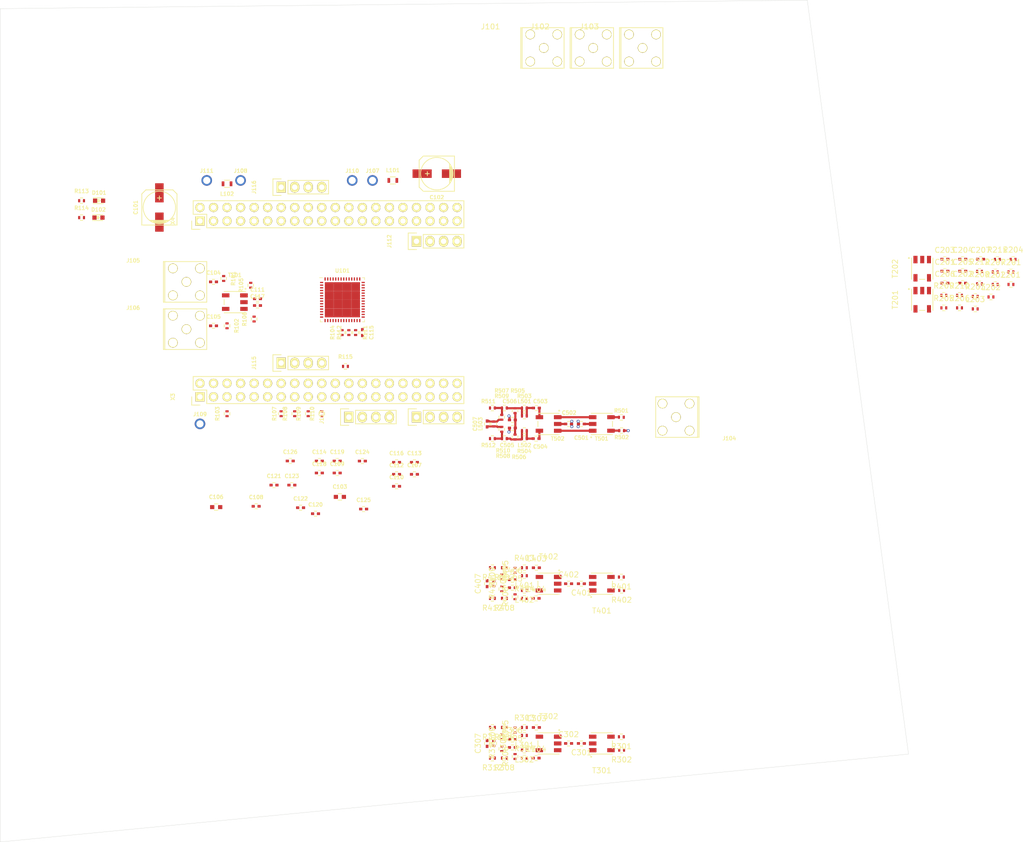
<source format=kicad_pcb>
(kicad_pcb (version 20171130) (host pcbnew 5.1.2)
  (layers (0 F.Cu signal) (1 In1.Cu signal) (2 In2.Cu signal) (31 B.Cu signal) (34 B.Paste user) (35 F.Paste user) (36 B.SilkS user) (37 F.SilkS user) (38 B.Mask user) (39 F.Mask user) (44 Edge.Cuts user))
  (net 0 "")
  (net 1 +1V8)
  (net 2 GND)
  (net 3 +3V3)
  (net 4 "Net-(C104-Pad1)")
  (net 5 "Net-(C104-Pad2)")
  (net 6 "Net-(C105-Pad1)")
  (net 7 "Net-(C105-Pad2)")
  (net 8 "Net-(C111-Pad2)")
  (net 9 /VCM)
  (net 10 "Net-(C117-Pad2)")
  (net 11 "Net-(C201-Pad1)")
  (net 12 "Net-(C202-Pad1)")
  (net 13 "Net-(C203-Pad1)")
  (net 14 "Net-(C203-Pad2)")
  (net 15 "Net-(C204-Pad2)")
  (net 16 "Net-(C204-Pad1)")
  (net 17 "Net-(C207-Pad1)")
  (net 18 "Net-(C207-Pad2)")
  (net 19 "Net-(C301-Pad1)")
  (net 20 "Net-(C302-Pad1)")
  (net 21 "Net-(C303-Pad2)")
  (net 22 "Net-(C303-Pad1)")
  (net 23 "Net-(C304-Pad1)")
  (net 24 "Net-(C304-Pad2)")
  (net 25 "Net-(C307-Pad2)")
  (net 26 "Net-(C307-Pad1)")
  (net 27 "Net-(C401-Pad1)")
  (net 28 "Net-(C402-Pad1)")
  (net 29 "Net-(C403-Pad1)")
  (net 30 "Net-(C403-Pad2)")
  (net 31 "Net-(C404-Pad1)")
  (net 32 "Net-(C404-Pad2)")
  (net 33 "Net-(C407-Pad2)")
  (net 34 "Net-(C407-Pad1)")
  (net 35 "Net-(C501-Pad1)")
  (net 36 "Net-(C502-Pad1)")
  (net 37 "Net-(C503-Pad2)")
  (net 38 "Net-(C503-Pad1)")
  (net 39 "Net-(C504-Pad1)")
  (net 40 "Net-(C504-Pad2)")
  (net 41 "Net-(C507-Pad2)")
  (net 42 "Net-(C507-Pad1)")
  (net 43 "Net-(D101-Pad1)")
  (net 44 "Net-(D102-Pad1)")
  (net 45 /adc_frontendA/IN_P)
  (net 46 /adc_frontend_B/IN_P)
  (net 47 /adc_frontend_C/IN_P)
  (net 48 /adc_frontend_D/IN_P)
  (net 49 "Net-(J107-Pad1)")
  (net 50 "Net-(J108-Pad1)")
  (net 51 "Net-(J112-Pad1)")
  (net 52 "Net-(J112-Pad2)")
  (net 53 "Net-(J112-Pad3)")
  (net 54 "Net-(J112-Pad4)")
  (net 55 "Net-(J113-Pad4)")
  (net 56 "Net-(J113-Pad3)")
  (net 57 "Net-(J113-Pad2)")
  (net 58 "Net-(J113-Pad1)")
  (net 59 "Net-(J114-Pad1)")
  (net 60 "Net-(J114-Pad2)")
  (net 61 "Net-(J114-Pad3)")
  (net 62 "Net-(J114-Pad4)")
  (net 63 "Net-(J115-Pad4)")
  (net 64 "Net-(J115-Pad3)")
  (net 65 "Net-(J115-Pad2)")
  (net 66 "Net-(J115-Pad1)")
  (net 67 "Net-(J116-Pad1)")
  (net 68 "Net-(J116-Pad2)")
  (net 69 "Net-(J116-Pad3)")
  (net 70 "Net-(J116-Pad4)")
  (net 71 "Net-(L201-Pad2)")
  (net 72 "Net-(L202-Pad2)")
  (net 73 "Net-(L301-Pad2)")
  (net 74 "Net-(L302-Pad2)")
  (net 75 "Net-(L401-Pad2)")
  (net 76 "Net-(L402-Pad2)")
  (net 77 "Net-(L501-Pad2)")
  (net 78 "Net-(L502-Pad2)")
  (net 79 "Net-(R103-Pad1)")
  (net 80 /ADC_RESET)
  (net 81 "Net-(R105-Pad1)")
  (net 82 "Net-(R106-Pad2)")
  (net 83 /SCLK)
  (net 84 /SDATA)
  (net 85 /SDOUT)
  (net 86 /SEN)
  (net 87 /DCLKP)
  (net 88 "Net-(R115-Pad2)")
  (net 89 "Net-(R201-Pad2)")
  (net 90 "Net-(R202-Pad2)")
  (net 91 "Net-(R207-Pad2)")
  (net 92 "Net-(R208-Pad2)")
  (net 93 "Net-(R301-Pad2)")
  (net 94 "Net-(R302-Pad2)")
  (net 95 "Net-(R307-Pad2)")
  (net 96 "Net-(R308-Pad2)")
  (net 97 "Net-(R401-Pad2)")
  (net 98 "Net-(R402-Pad2)")
  (net 99 "Net-(R407-Pad2)")
  (net 100 "Net-(R408-Pad2)")
  (net 101 "Net-(R501-Pad2)")
  (net 102 "Net-(R502-Pad2)")
  (net 103 "Net-(R507-Pad2)")
  (net 104 "Net-(R508-Pad2)")
  (net 105 "Net-(T201-Pad3)")
  (net 106 "Net-(T201-Pad1)")
  (net 107 "Net-(T301-Pad3)")
  (net 108 "Net-(T301-Pad1)")
  (net 109 "Net-(T401-Pad3)")
  (net 110 "Net-(T401-Pad1)")
  (net 111 "Net-(T501-Pad3)")
  (net 112 "Net-(T501-Pad1)")
  (net 113 "Net-(R107-Pad1)")
  (net 114 "Net-(R108-Pad1)")
  (net 115 "Net-(R109-Pad1)")
  (net 116 "Net-(R110-Pad1)")
  (net 117 "Net-(R111-Pad1)")
  (net 118 "Net-(R112-Pad1)")
  (net 119 /ADC_A_P)
  (net 120 /ADC_A_M)
  (net 121 /ADC_B_P)
  (net 122 /ADC_B_M)
  (net 123 /ADC_C_P)
  (net 124 /ADC_C_M)
  (net 125 /ADC_D_P)
  (net 126 /ADC_D_M)
  (net 127 /DA1P)
  (net 128 /DA1M)
  (net 129 /DA0P)
  (net 130 /DA0M)
  (net 131 /PDN)
  (net 132 /DD1P)
  (net 133 /DD1M)
  (net 134 /DD0P)
  (net 135 /DD0M)
  (net 136 /DC1P)
  (net 137 /DC1M)
  (net 138 /DC0P)
  (net 139 /DC0M)
  (net 140 /FCLKP)
  (net 141 /FCLKM)
  (net 142 /DCLKM)
  (net 143 /DB1P)
  (net 144 /DB1M)
  (net 145 /DB0P)
  (net 146 /DB0M)
  (module Capacitors_SMD:c_elec_6.3x5.8 (layer F.Cu) (at 110.49 53.34 90)
    (fp_text reference C101 (at 0 -4.445 90) (layer F.SilkS) (effects (font (size 0.7 0.7))))
    (fp_text value "220 uF")
    (pad 1 smd rect (at 2.75082 0 90) (size 3.59918 1.6002) (layers F.Cu F.Paste F.Mask) (net 1 +1V8))
    (pad 2 smd rect (at -2.75082 0 90) (size 3.59918 1.6002) (layers F.Cu F.Paste F.Mask) (net 2 GND))
  )
  (module Capacitors_SMD:c_elec_6.3x5.8 (layer F.Cu) (at 162.56 46.99 180)
    (fp_text reference C102 (at 0 -4.445) (layer F.SilkS) (effects (font (size 0.7 0.7))))
    (fp_text value "220 uF")
    (pad 2 smd rect (at -2.75082 0 180) (size 3.59918 1.6002) (layers F.Cu F.Paste F.Mask) (net 2 GND))
    (pad 1 smd rect (at 2.75082 0 180) (size 3.59918 1.6002) (layers F.Cu F.Paste F.Mask) (net 3 +3V3))
  )
  (module Capacitors_SMD:C_0603 (layer F.Cu) (at 144.370001 107.695001)
    (fp_text reference C103 (at 0 -1.9) (layer F.SilkS) (effects (font (size 0.7 0.7))))
    (fp_text value "10 uF")
    (pad 1 smd rect (at -0.75 0) (size 0.8 0.75) (layers F.Cu F.Paste F.Mask) (net 1 +1V8))
    (pad 2 smd rect (at 0.75 0) (size 0.8 0.75) (layers F.Cu F.Paste F.Mask) (net 2 GND))
  )
  (module Capacitors_SMD:C_0402 (layer F.Cu) (at 120.65 67.31)
    (fp_text reference C104 (at 0 -1.7) (layer F.SilkS) (effects (font (size 0.7 0.7))))
    (fp_text value "100 nF")
    (pad 1 smd rect (at -0.55 0) (size 0.6 0.5) (layers F.Cu F.Paste F.Mask) (net 4 "Net-(C104-Pad1)"))
    (pad 2 smd rect (at 0.55 0) (size 0.6 0.5) (layers F.Cu F.Paste F.Mask) (net 5 "Net-(C104-Pad2)"))
  )
  (module Capacitors_SMD:C_0402 (layer F.Cu) (at 120.65 75.565)
    (fp_text reference C105 (at 0 -1.7) (layer F.SilkS) (effects (font (size 0.7 0.7))))
    (fp_text value "100 nF")
    (pad 1 smd rect (at -0.55 0) (size 0.6 0.5) (layers F.Cu F.Paste F.Mask) (net 6 "Net-(C105-Pad1)"))
    (pad 2 smd rect (at 0.55 0) (size 0.6 0.5) (layers F.Cu F.Paste F.Mask) (net 7 "Net-(C105-Pad2)"))
  )
  (module Capacitors_SMD:C_0603 (layer F.Cu) (at 121.155001 109.610001)
    (fp_text reference C106 (at 0 -1.9) (layer F.SilkS) (effects (font (size 0.7 0.7))))
    (fp_text value "10 uF")
    (pad 2 smd rect (at 0.75 0) (size 0.8 0.75) (layers F.Cu F.Paste F.Mask) (net 2 GND))
    (pad 1 smd rect (at -0.75 0) (size 0.8 0.75) (layers F.Cu F.Paste F.Mask) (net 3 +3V3))
  )
  (module Capacitors_SMD:C_0402 (layer F.Cu) (at 158.360001 103.455001)
    (fp_text reference C107 (at 0 -1.7) (layer F.SilkS) (effects (font (size 0.7 0.7))))
    (fp_text value "100 nF")
    (pad 1 smd rect (at -0.55 0) (size 0.6 0.5) (layers F.Cu F.Paste F.Mask) (net 1 +1V8))
    (pad 2 smd rect (at 0.55 0) (size 0.6 0.5) (layers F.Cu F.Paste F.Mask) (net 2 GND))
  )
  (module Capacitors_SMD:C_0402 (layer F.Cu) (at 128.655001 109.460001)
    (fp_text reference C108 (at 0 -1.7) (layer F.SilkS) (effects (font (size 0.7 0.7))))
    (fp_text value "100 nF")
    (pad 1 smd rect (at -0.55 0) (size 0.6 0.5) (layers F.Cu F.Paste F.Mask) (net 1 +1V8))
    (pad 2 smd rect (at 0.55 0) (size 0.6 0.5) (layers F.Cu F.Paste F.Mask) (net 2 GND))
  )
  (module Capacitors_SMD:C_0402 (layer F.Cu) (at 143.865001 103.205001)
    (fp_text reference C109 (at 0 -1.7) (layer F.SilkS) (effects (font (size 0.7 0.7))))
    (fp_text value "100 nF")
    (pad 2 smd rect (at 0.55 0) (size 0.6 0.5) (layers F.Cu F.Paste F.Mask) (net 2 GND))
    (pad 1 smd rect (at -0.55 0) (size 0.6 0.5) (layers F.Cu F.Paste F.Mask) (net 1 +1V8))
  )
  (module Capacitors_SMD:C_0402 (layer F.Cu) (at 155.010001 105.705001)
    (fp_text reference C110 (at 0 -1.7) (layer F.SilkS) (effects (font (size 0.7 0.7))))
    (fp_text value "100 nF")
    (pad 1 smd rect (at -0.55 0) (size 0.6 0.5) (layers F.Cu F.Paste F.Mask) (net 1 +1V8))
    (pad 2 smd rect (at 0.55 0) (size 0.6 0.5) (layers F.Cu F.Paste F.Mask) (net 2 GND))
  )
  (module Capacitors_SMD:C_0402 (layer F.Cu) (at 128.905 70.485)
    (fp_text reference C111 (at 0 -1.7) (layer F.SilkS) (effects (font (size 0.7 0.7))))
    (fp_text value "100 nF")
    (pad 2 smd rect (at 0.55 0) (size 0.6 0.5) (layers F.Cu F.Paste F.Mask) (net 8 "Net-(C111-Pad2)"))
    (pad 1 smd rect (at -0.55 0) (size 0.6 0.5) (layers F.Cu F.Paste F.Mask) (net 2 GND))
  )
  (module Capacitors_SMD:C_0402 (layer F.Cu) (at 155.010001 103.455001)
    (fp_text reference C112 (at 0 -1.7) (layer F.SilkS) (effects (font (size 0.7 0.7))))
    (fp_text value "100 nF")
    (pad 2 smd rect (at 0.55 0) (size 0.6 0.5) (layers F.Cu F.Paste F.Mask) (net 2 GND))
    (pad 1 smd rect (at -0.55 0) (size 0.6 0.5) (layers F.Cu F.Paste F.Mask) (net 1 +1V8))
  )
  (module Capacitors_SMD:C_0402 (layer F.Cu) (at 158.360001 101.205001)
    (fp_text reference C113 (at 0 -1.7) (layer F.SilkS) (effects (font (size 0.7 0.7))))
    (fp_text value "100 nF")
    (pad 1 smd rect (at -0.55 0) (size 0.6 0.5) (layers F.Cu F.Paste F.Mask) (net 1 +1V8))
    (pad 2 smd rect (at 0.55 0) (size 0.6 0.5) (layers F.Cu F.Paste F.Mask) (net 2 GND))
  )
  (module Capacitors_SMD:C_0402 (layer F.Cu) (at 140.515001 100.955001)
    (fp_text reference C114 (at 0 -1.7) (layer F.SilkS) (effects (font (size 0.7 0.7))))
    (fp_text value "100 nF")
    (pad 2 smd rect (at 0.55 0) (size 0.6 0.5) (layers F.Cu F.Paste F.Mask) (net 2 GND))
    (pad 1 smd rect (at -0.55 0) (size 0.6 0.5) (layers F.Cu F.Paste F.Mask) (net 1 +1V8))
  )
  (module Capacitors_SMD:C_0402 (layer F.Cu) (at 148.59 76.835 270)
    (fp_text reference C115 (at 0 -1.7 90) (layer F.SilkS) (effects (font (size 0.7 0.7))))
    (fp_text value "100 nF")
    (pad 1 smd rect (at -0.55 0 270) (size 0.6 0.5) (layers F.Cu F.Paste F.Mask) (net 9 /VCM))
    (pad 2 smd rect (at 0.55 0 270) (size 0.6 0.5) (layers F.Cu F.Paste F.Mask) (net 2 GND))
  )
  (module Capacitors_SMD:C_0402 (layer F.Cu) (at 155.010001 101.205001)
    (fp_text reference C116 (at 0 -1.7) (layer F.SilkS) (effects (font (size 0.7 0.7))))
    (fp_text value "100 nF")
    (pad 1 smd rect (at -0.55 0) (size 0.6 0.5) (layers F.Cu F.Paste F.Mask) (net 1 +1V8))
    (pad 2 smd rect (at 0.55 0) (size 0.6 0.5) (layers F.Cu F.Paste F.Mask) (net 2 GND))
  )
  (module Capacitors_SMD:C_0402 (layer F.Cu) (at 128.905 71.755)
    (fp_text reference C117 (at 0 -1.7) (layer F.SilkS) (effects (font (size 0.7 0.7))))
    (fp_text value "100 nF")
    (pad 2 smd rect (at 0.55 0) (size 0.6 0.5) (layers F.Cu F.Paste F.Mask) (net 10 "Net-(C117-Pad2)"))
    (pad 1 smd rect (at -0.55 0) (size 0.6 0.5) (layers F.Cu F.Paste F.Mask) (net 2 GND))
  )
  (module Capacitors_SMD:C_0402 (layer F.Cu) (at 140.515001 103.205001)
    (fp_text reference C118 (at 0 -1.7) (layer F.SilkS) (effects (font (size 0.7 0.7))))
    (fp_text value "100 nF")
    (pad 2 smd rect (at 0.55 0) (size 0.6 0.5) (layers F.Cu F.Paste F.Mask) (net 2 GND))
    (pad 1 smd rect (at -0.55 0) (size 0.6 0.5) (layers F.Cu F.Paste F.Mask) (net 1 +1V8))
  )
  (module Capacitors_SMD:C_0402 (layer F.Cu) (at 143.865001 100.955001)
    (fp_text reference C119 (at 0 -1.7) (layer F.SilkS) (effects (font (size 0.7 0.7))))
    (fp_text value "100 nF")
    (pad 1 smd rect (at -0.55 0) (size 0.6 0.5) (layers F.Cu F.Paste F.Mask) (net 1 +1V8))
    (pad 2 smd rect (at 0.55 0) (size 0.6 0.5) (layers F.Cu F.Paste F.Mask) (net 2 GND))
  )
  (module Capacitors_SMD:C_0402 (layer F.Cu) (at 139.800001 110.850001)
    (fp_text reference C120 (at 0 -1.7) (layer F.SilkS) (effects (font (size 0.7 0.7))))
    (fp_text value "100 nF")
    (pad 2 smd rect (at 0.55 0) (size 0.6 0.5) (layers F.Cu F.Paste F.Mask) (net 2 GND))
    (pad 1 smd rect (at -0.55 0) (size 0.6 0.5) (layers F.Cu F.Paste F.Mask) (net 1 +1V8))
  )
  (module Capacitors_SMD:C_0402 (layer F.Cu) (at 132.005001 105.480001)
    (fp_text reference C121 (at 0 -1.7) (layer F.SilkS) (effects (font (size 0.7 0.7))))
    (fp_text value "100 nF")
    (pad 1 smd rect (at -0.55 0) (size 0.6 0.5) (layers F.Cu F.Paste F.Mask) (net 1 +1V8))
    (pad 2 smd rect (at 0.55 0) (size 0.6 0.5) (layers F.Cu F.Paste F.Mask) (net 2 GND))
  )
  (module Capacitors_SMD:C_0402 (layer F.Cu) (at 136.995001 109.725001)
    (fp_text reference C122 (at 0 -1.7) (layer F.SilkS) (effects (font (size 0.7 0.7))))
    (fp_text value "100 nF")
    (pad 2 smd rect (at 0.55 0) (size 0.6 0.5) (layers F.Cu F.Paste F.Mask) (net 2 GND))
    (pad 1 smd rect (at -0.55 0) (size 0.6 0.5) (layers F.Cu F.Paste F.Mask) (net 1 +1V8))
  )
  (module Capacitors_SMD:C_0402 (layer F.Cu) (at 135.355001 105.480001)
    (fp_text reference C123 (at 0 -1.7) (layer F.SilkS) (effects (font (size 0.7 0.7))))
    (fp_text value "220 nF")
    (pad 2 smd rect (at 0.55 0) (size 0.6 0.5) (layers F.Cu F.Paste F.Mask) (net 2 GND))
    (pad 1 smd rect (at -0.55 0) (size 0.6 0.5) (layers F.Cu F.Paste F.Mask) (net 3 +3V3))
  )
  (module Capacitors_SMD:C_0402 (layer F.Cu) (at 148.59 100.965)
    (fp_text reference C124 (at 0 -1.7) (layer F.SilkS) (effects (font (size 0.7 0.7))))
    (fp_text value "220 nF")
    (pad 1 smd rect (at -0.55 0) (size 0.6 0.5) (layers F.Cu F.Paste F.Mask) (net 3 +3V3))
    (pad 2 smd rect (at 0.55 0) (size 0.6 0.5) (layers F.Cu F.Paste F.Mask) (net 2 GND))
  )
  (module Capacitors_SMD:C_0402 (layer F.Cu) (at 148.830001 109.975001)
    (fp_text reference C125 (at 0 -1.7) (layer F.SilkS) (effects (font (size 0.7 0.7))))
    (fp_text value "220 nF")
    (pad 2 smd rect (at 0.55 0) (size 0.6 0.5) (layers F.Cu F.Paste F.Mask) (net 2 GND))
    (pad 1 smd rect (at -0.55 0) (size 0.6 0.5) (layers F.Cu F.Paste F.Mask) (net 3 +3V3))
  )
  (module Capacitors_SMD:C_0402 (layer F.Cu) (at 135.055001 100.950001)
    (fp_text reference C126 (at 0 -1.7) (layer F.SilkS) (effects (font (size 0.7 0.7))))
    (fp_text value "220 nF")
    (pad 1 smd rect (at -0.55 0) (size 0.6 0.5) (layers F.Cu F.Paste F.Mask) (net 3 +3V3))
    (pad 2 smd rect (at 0.55 0) (size 0.6 0.5) (layers F.Cu F.Paste F.Mask) (net 2 GND))
  )
  (module Capacitors_SMD:C_0402 (layer F.Cu) (at 189.7 94 180)
    (fp_text reference C501 (at 0 -2.6) (layer F.SilkS) (effects (font (size 0.7 0.7))))
    (fp_text value "100 nF")
    (pad 1 smd rect (at -0.55 0 180) (size 0.6 0.5) (layers F.Cu F.Paste F.Mask) (net 35 "Net-(C501-Pad1)"))
    (pad 2 smd rect (at 0.55 0 180) (size 0.6 0.5) (layers F.Cu F.Paste F.Mask) (net 2 GND))
  )
  (module Capacitors_SMD:C_0402 (layer F.Cu) (at 187.3 94)
    (fp_text reference C502 (at 0.1 -2.1) (layer F.SilkS) (effects (font (size 0.7 0.7))))
    (fp_text value "100 nF")
    (pad 2 smd rect (at 0.55 0) (size 0.6 0.5) (layers F.Cu F.Paste F.Mask) (net 2 GND))
    (pad 1 smd rect (at -0.55 0) (size 0.6 0.5) (layers F.Cu F.Paste F.Mask) (net 36 "Net-(C502-Pad1)"))
  )
  (module Capacitors_SMD:C_0402 (layer F.Cu) (at 181.25 91)
    (fp_text reference C503 (at 0.75 -1.25) (layer F.SilkS) (effects (font (size 0.7 0.7))))
    (fp_text value "100 nF")
    (pad 2 smd rect (at 0.55 0) (size 0.6 0.5) (layers F.Cu F.Paste F.Mask) (net 37 "Net-(C503-Pad2)"))
    (pad 1 smd rect (at -0.55 0) (size 0.6 0.5) (layers F.Cu F.Paste F.Mask) (net 38 "Net-(C503-Pad1)"))
  )
  (module Capacitors_SMD:C_0402 (layer F.Cu) (at 181.2 96.75)
    (fp_text reference C504 (at 0.8 1.5) (layer F.SilkS) (effects (font (size 0.7 0.7))))
    (fp_text value "100 nF")
    (pad 1 smd rect (at -0.55 0) (size 0.6 0.5) (layers F.Cu F.Paste F.Mask) (net 39 "Net-(C504-Pad1)"))
    (pad 2 smd rect (at 0.55 0) (size 0.6 0.5) (layers F.Cu F.Paste F.Mask) (net 40 "Net-(C504-Pad2)"))
  )
  (module Capacitors_SMD:C_0402 (layer F.Cu) (at 176.75 94.75)
    (fp_text reference C505 (at -1 3.25) (layer F.SilkS) (effects (font (size 0.7 0.7))))
    (fp_text value "100 nF")
    (pad 2 smd rect (at 0.55 0) (size 0.6 0.5) (layers F.Cu F.Paste F.Mask) (net 9 /VCM))
    (pad 1 smd rect (at -0.55 0) (size 0.6 0.5) (layers F.Cu F.Paste F.Mask) (net 2 GND))
  )
  (module Capacitors_SMD:C_0402 (layer F.Cu) (at 176.75 93.25)
    (fp_text reference C506 (at -0.5 -3.5) (layer F.SilkS) (effects (font (size 0.7 0.7))))
    (fp_text value "100 nF")
    (pad 1 smd rect (at -0.55 0) (size 0.6 0.5) (layers F.Cu F.Paste F.Mask) (net 2 GND))
    (pad 2 smd rect (at 0.55 0) (size 0.6 0.5) (layers F.Cu F.Paste F.Mask) (net 9 /VCM))
  )
  (module Capacitors_SMD:C_0402 (layer F.Cu) (at 172 94 90)
    (fp_text reference C507 (at 0 -2.25 90) (layer F.SilkS) (effects (font (size 0.7 0.7))))
    (fp_text value "10 pF")
    (pad 2 smd rect (at 0.55 0 90) (size 0.6 0.5) (layers F.Cu F.Paste F.Mask) (net 41 "Net-(C507-Pad2)"))
    (pad 1 smd rect (at -0.55 0 90) (size 0.6 0.5) (layers F.Cu F.Paste F.Mask) (net 42 "Net-(C507-Pad1)"))
  )
  (module LEDs:LED_0603 (layer F.Cu) (at 99.1743 52.07)
    (fp_text reference D101 (at 0 -1.5) (layer F.SilkS) (effects (font (size 0.7 0.7))))
    (fp_text value LED)
    (pad 1 smd rect (at -0.7493 0 180) (size 0.79756 0.79756) (layers F.Cu F.Paste F.Mask) (net 43 "Net-(D101-Pad1)"))
    (pad 2 smd rect (at 0.7493 0 180) (size 0.79756 0.79756) (layers F.Cu F.Paste F.Mask) (net 3 +3V3))
  )
  (module LEDs:LED_0603 (layer F.Cu) (at 99.06 55.245)
    (fp_text reference D102 (at 0 -1.5) (layer F.SilkS) (effects (font (size 0.7 0.7))))
    (fp_text value LED)
    (pad 2 smd rect (at 0.7493 0 180) (size 0.79756 0.79756) (layers F.Cu F.Paste F.Mask) (net 1 +1V8))
    (pad 1 smd rect (at -0.7493 0 180) (size 0.79756 0.79756) (layers F.Cu F.Paste F.Mask) (net 44 "Net-(D102-Pad1)"))
  )
  (module vna_footprints:732512200_SMA (layer F.Cu) (at 207.46 92.71 180)
    (fp_text reference J104 (at -10 -4) (layer F.SilkS) (effects (font (size 0.7 0.7))))
    (fp_text value Conn_Coaxial)
    (pad 5 thru_hole circle (at 2.54 2.54 180) (size 1.8 1.8) (drill 1.5) (layers *.Cu *.Mask F.SilkS))
    (pad 4 thru_hole circle (at 2.54 -2.54 180) (size 1.8 1.8) (drill 1.5) (layers *.Cu *.Mask F.SilkS))
    (pad 3 thru_hole circle (at -2.54 -2.54 180) (size 1.8 1.8) (drill 1.5) (layers *.Cu *.Mask F.SilkS))
    (pad 2 thru_hole circle (at -2.54 2.54 180) (size 1.8 1.8) (drill 1.5) (layers *.Cu *.Mask F.SilkS) (net 2 GND))
    (pad 1 thru_hole circle (at 0 0 180) (size 1.8 1.8) (drill 1.5) (layers *.Cu *.Mask F.SilkS) (net 48 /adc_frontend_D/IN_P))
  )
  (module vna_footprints:732512200_SMA (layer F.Cu) (at 115.57 67.31)
    (fp_text reference J105 (at -10 -4) (layer F.SilkS) (effects (font (size 0.7 0.7))))
    (fp_text value Conn_Coaxial)
    (pad 1 thru_hole circle (at 0 0) (size 1.8 1.8) (drill 1.5) (layers *.Cu *.Mask F.SilkS) (net 5 "Net-(C104-Pad2)"))
    (pad 2 thru_hole circle (at -2.54 2.54) (size 1.8 1.8) (drill 1.5) (layers *.Cu *.Mask F.SilkS) (net 2 GND))
    (pad 3 thru_hole circle (at -2.54 -2.54) (size 1.8 1.8) (drill 1.5) (layers *.Cu *.Mask F.SilkS))
    (pad 4 thru_hole circle (at 2.54 -2.54) (size 1.8 1.8) (drill 1.5) (layers *.Cu *.Mask F.SilkS))
    (pad 5 thru_hole circle (at 2.54 2.54) (size 1.8 1.8) (drill 1.5) (layers *.Cu *.Mask F.SilkS))
  )
  (module vna_footprints:732512200_SMA (layer F.Cu) (at 115.57 76.2)
    (fp_text reference J106 (at -10 -4) (layer F.SilkS) (effects (font (size 0.7 0.7))))
    (fp_text value Conn_Coaxial)
    (pad 5 thru_hole circle (at 2.54 2.54) (size 1.8 1.8) (drill 1.5) (layers *.Cu *.Mask F.SilkS))
    (pad 4 thru_hole circle (at 2.54 -2.54) (size 1.8 1.8) (drill 1.5) (layers *.Cu *.Mask F.SilkS))
    (pad 3 thru_hole circle (at -2.54 -2.54) (size 1.8 1.8) (drill 1.5) (layers *.Cu *.Mask F.SilkS))
    (pad 2 thru_hole circle (at -2.54 2.54) (size 1.8 1.8) (drill 1.5) (layers *.Cu *.Mask F.SilkS) (net 2 GND))
    (pad 1 thru_hole circle (at 0 0) (size 1.8 1.8) (drill 1.5) (layers *.Cu *.Mask F.SilkS) (net 7 "Net-(C105-Pad2)"))
  )
  (module vna_footprints:TURRET_MILLMAX_2101 (layer F.Cu) (at 150.495 48.26)
    (fp_text reference J107 (at 0 -1.8) (layer F.SilkS) (effects (font (size 0.7 0.7))))
    (fp_text value Conn_01x01)
    (pad 1 thru_hole circle (at 0 0) (size 2 2) (drill 1.35) (layers *.Cu *.Mask) (net 49 "Net-(J107-Pad1)"))
  )
  (module vna_footprints:TURRET_MILLMAX_2101 (layer F.Cu) (at 125.73 48.26)
    (fp_text reference J108 (at 0 -1.8) (layer F.SilkS) (effects (font (size 0.7 0.7))))
    (fp_text value Conn_01x01)
    (pad 1 thru_hole circle (at 0 0) (size 2 2) (drill 1.35) (layers *.Cu *.Mask) (net 50 "Net-(J108-Pad1)"))
  )
  (module vna_footprints:TURRET_MILLMAX_2101 (layer F.Cu) (at 118.11 93.98)
    (fp_text reference J109 (at 0 -1.8) (layer F.SilkS) (effects (font (size 0.7 0.7))))
    (fp_text value Conn_01x01)
    (pad 1 thru_hole circle (at 0 0) (size 2 2) (drill 1.35) (layers *.Cu *.Mask) (net 2 GND))
  )
  (module vna_footprints:TURRET_MILLMAX_2101 (layer F.Cu) (at 146.685 48.26)
    (fp_text reference J110 (at 0 -1.8) (layer F.SilkS) (effects (font (size 0.7 0.7))))
    (fp_text value Conn_01x01)
    (pad 1 thru_hole circle (at 0 0) (size 2 2) (drill 1.35) (layers *.Cu *.Mask) (net 2 GND))
  )
  (module vna_footprints:TURRET_MILLMAX_2101 (layer F.Cu) (at 119.38 48.26)
    (fp_text reference J111 (at 0 -1.8) (layer F.SilkS) (effects (font (size 0.7 0.7))))
    (fp_text value Conn_01x01)
    (pad 1 thru_hole circle (at 0 0) (size 2 2) (drill 1.35) (layers *.Cu *.Mask) (net 2 GND))
  )
  (module Pin_Headers:Pin_Header_Straight_1x04 (layer F.Cu) (at 158.75 59.69 90)
    (fp_text reference J112 (at 0 -5.1 90) (layer F.SilkS) (effects (font (size 0.7 0.7))))
    (fp_text value Conn_01x04)
    (pad 1 thru_hole rect (at 0 0 90) (size 2.032 1.7272) (drill 1.016) (layers *.Cu *.Mask F.SilkS) (net 51 "Net-(J112-Pad1)"))
    (pad 2 thru_hole oval (at 0 2.54 90) (size 2.032 1.7272) (drill 1.016) (layers *.Cu *.Mask F.SilkS) (net 52 "Net-(J112-Pad2)"))
    (pad 3 thru_hole oval (at 0 5.08 90) (size 2.032 1.7272) (drill 1.016) (layers *.Cu *.Mask F.SilkS) (net 53 "Net-(J112-Pad3)"))
    (pad 4 thru_hole oval (at 0 7.62 90) (size 2.032 1.7272) (drill 1.016) (layers *.Cu *.Mask F.SilkS) (net 54 "Net-(J112-Pad4)"))
  )
  (module Pin_Headers:Pin_Header_Straight_1x04 (layer F.Cu) (at 146.05 92.71 90)
    (fp_text reference J113 (at 0 -5.1 90) (layer F.SilkS) (effects (font (size 0.7 0.7))))
    (fp_text value Conn_01x04)
    (pad 4 thru_hole oval (at 0 7.62 90) (size 2.032 1.7272) (drill 1.016) (layers *.Cu *.Mask F.SilkS) (net 55 "Net-(J113-Pad4)"))
    (pad 3 thru_hole oval (at 0 5.08 90) (size 2.032 1.7272) (drill 1.016) (layers *.Cu *.Mask F.SilkS) (net 56 "Net-(J113-Pad3)"))
    (pad 2 thru_hole oval (at 0 2.54 90) (size 2.032 1.7272) (drill 1.016) (layers *.Cu *.Mask F.SilkS) (net 57 "Net-(J113-Pad2)"))
    (pad 1 thru_hole rect (at 0 0 90) (size 2.032 1.7272) (drill 1.016) (layers *.Cu *.Mask F.SilkS) (net 58 "Net-(J113-Pad1)"))
  )
  (module Pin_Headers:Pin_Header_Straight_1x04 (layer F.Cu) (at 158.75 92.71 90)
    (fp_text reference J114 (at 0 -5.1 90) (layer F.SilkS) (effects (font (size 0.7 0.7))))
    (fp_text value Conn_01x04)
    (pad 1 thru_hole rect (at 0 0 90) (size 2.032 1.7272) (drill 1.016) (layers *.Cu *.Mask F.SilkS) (net 59 "Net-(J114-Pad1)"))
    (pad 2 thru_hole oval (at 0 2.54 90) (size 2.032 1.7272) (drill 1.016) (layers *.Cu *.Mask F.SilkS) (net 60 "Net-(J114-Pad2)"))
    (pad 3 thru_hole oval (at 0 5.08 90) (size 2.032 1.7272) (drill 1.016) (layers *.Cu *.Mask F.SilkS) (net 61 "Net-(J114-Pad3)"))
    (pad 4 thru_hole oval (at 0 7.62 90) (size 2.032 1.7272) (drill 1.016) (layers *.Cu *.Mask F.SilkS) (net 62 "Net-(J114-Pad4)"))
  )
  (module Pin_Headers:Pin_Header_Straight_1x04 (layer F.Cu) (at 133.35 82.55 90)
    (fp_text reference J115 (at 0 -5.1 90) (layer F.SilkS) (effects (font (size 0.7 0.7))))
    (fp_text value Conn_01x04)
    (pad 4 thru_hole oval (at 0 7.62 90) (size 2.032 1.7272) (drill 1.016) (layers *.Cu *.Mask F.SilkS) (net 63 "Net-(J115-Pad4)"))
    (pad 3 thru_hole oval (at 0 5.08 90) (size 2.032 1.7272) (drill 1.016) (layers *.Cu *.Mask F.SilkS) (net 64 "Net-(J115-Pad3)"))
    (pad 2 thru_hole oval (at 0 2.54 90) (size 2.032 1.7272) (drill 1.016) (layers *.Cu *.Mask F.SilkS) (net 65 "Net-(J115-Pad2)"))
    (pad 1 thru_hole rect (at 0 0 90) (size 2.032 1.7272) (drill 1.016) (layers *.Cu *.Mask F.SilkS) (net 66 "Net-(J115-Pad1)"))
  )
  (module Pin_Headers:Pin_Header_Straight_1x04 (layer F.Cu) (at 133.35 49.53 90)
    (fp_text reference J116 (at 0 -5.1 90) (layer F.SilkS) (effects (font (size 0.7 0.7))))
    (fp_text value Conn_01x04)
    (pad 1 thru_hole rect (at 0 0 90) (size 2.032 1.7272) (drill 1.016) (layers *.Cu *.Mask F.SilkS) (net 67 "Net-(J116-Pad1)"))
    (pad 2 thru_hole oval (at 0 2.54 90) (size 2.032 1.7272) (drill 1.016) (layers *.Cu *.Mask F.SilkS) (net 68 "Net-(J116-Pad2)"))
    (pad 3 thru_hole oval (at 0 5.08 90) (size 2.032 1.7272) (drill 1.016) (layers *.Cu *.Mask F.SilkS) (net 69 "Net-(J116-Pad3)"))
    (pad 4 thru_hole oval (at 0 7.62 90) (size 2.032 1.7272) (drill 1.016) (layers *.Cu *.Mask F.SilkS) (net 70 "Net-(J116-Pad4)"))
  )
  (module Resistors_SMD:R_0603 (layer F.Cu) (at 154.305 48.26)
    (fp_text reference L101 (at 0 -1.9) (layer F.SilkS) (effects (font (size 0.7 0.7))))
    (fp_text value L_Small)
    (pad 1 smd rect (at -0.75 0) (size 0.5 0.9) (layers F.Cu F.Paste F.Mask) (net 49 "Net-(J107-Pad1)"))
    (pad 2 smd rect (at 0.75 0) (size 0.5 0.9) (layers F.Cu F.Paste F.Mask) (net 3 +3V3))
  )
  (module Resistors_SMD:R_0603 (layer F.Cu) (at 123.19 48.895 180)
    (fp_text reference L102 (at 0 -1.9) (layer F.SilkS) (effects (font (size 0.7 0.7))))
    (fp_text value L_Small)
    (pad 2 smd rect (at 0.75 0 180) (size 0.5 0.9) (layers F.Cu F.Paste F.Mask) (net 1 +1V8))
    (pad 1 smd rect (at -0.75 0 180) (size 0.5 0.9) (layers F.Cu F.Paste F.Mask) (net 50 "Net-(J108-Pad1)"))
  )
  (module Resistors_SMD:R_0402 (layer F.Cu) (at 179 92.5 180)
    (fp_text reference L501 (at 0 2.75 180) (layer F.SilkS) (effects (font (size 0.7 0.7))))
    (fp_text value "39 nH")
    (pad 2 smd rect (at 0.45 0 180) (size 0.4 0.6) (layers F.Cu F.Paste F.Mask) (net 77 "Net-(L501-Pad2)"))
    (pad 1 smd rect (at -0.45 0 180) (size 0.4 0.6) (layers F.Cu F.Paste F.Mask) (net 38 "Net-(C503-Pad1)"))
  )
  (module Resistors_SMD:R_0402 (layer F.Cu) (at 179 95.25 180)
    (fp_text reference L502 (at 0 -2.75) (layer F.SilkS) (effects (font (size 0.7 0.7))))
    (fp_text value "39 nH")
    (pad 2 smd rect (at 0.45 0 180) (size 0.4 0.6) (layers F.Cu F.Paste F.Mask) (net 78 "Net-(L502-Pad2)"))
    (pad 1 smd rect (at -0.45 0 180) (size 0.4 0.6) (layers F.Cu F.Paste F.Mask) (net 39 "Net-(C504-Pad1)"))
  )
  (module Resistors_SMD:R_0402 (layer F.Cu) (at 173.25 94 270)
    (fp_text reference L503 (at 0 2.5 90) (layer F.SilkS) (effects (font (size 0.7 0.7))))
    (fp_text value "10 pF")
    (pad 2 smd rect (at 0.45 0 270) (size 0.4 0.6) (layers F.Cu F.Paste F.Mask) (net 42 "Net-(C507-Pad1)"))
    (pad 1 smd rect (at -0.45 0 270) (size 0.4 0.6) (layers F.Cu F.Paste F.Mask) (net 41 "Net-(C507-Pad2)"))
  )
  (module Resistors_SMD:R_0402 (layer F.Cu) (at 122.555 66.675 270)
    (fp_text reference R101 (at 0 -1.8 90) (layer F.SilkS) (effects (font (size 0.7 0.7))))
    (fp_text value DNI)
    (pad 2 smd rect (at 0.45 0 270) (size 0.4 0.6) (layers F.Cu F.Paste F.Mask) (net 4 "Net-(C104-Pad1)"))
    (pad 1 smd rect (at -0.45 0 270) (size 0.4 0.6) (layers F.Cu F.Paste F.Mask) (net 2 GND))
  )
  (module Resistors_SMD:R_0402 (layer F.Cu) (at 123.19 75.565 270)
    (fp_text reference R102 (at 0 -1.8 90) (layer F.SilkS) (effects (font (size 0.7 0.7))))
    (fp_text value 0)
    (pad 1 smd rect (at -0.45 0 270) (size 0.4 0.6) (layers F.Cu F.Paste F.Mask) (net 6 "Net-(C105-Pad1)"))
    (pad 2 smd rect (at 0.45 0 270) (size 0.4 0.6) (layers F.Cu F.Paste F.Mask) (net 2 GND))
  )
  (module Resistors_SMD:R_0402 (layer F.Cu) (at 123.19 92.075 90)
    (fp_text reference R103 (at 0 -1.8 90) (layer F.SilkS) (effects (font (size 0.7 0.7))))
    (fp_text value 22)
    (pad 1 smd rect (at -0.45 0 90) (size 0.4 0.6) (layers F.Cu F.Paste F.Mask) (net 79 "Net-(R103-Pad1)"))
    (pad 2 smd rect (at 0.45 0 90) (size 0.4 0.6) (layers F.Cu F.Paste F.Mask) (net 80 /ADC_RESET))
  )
  (module Resistors_SMD:R_0402 (layer F.Cu) (at 144.78 76.835 90)
    (fp_text reference R104 (at 0 -1.8 90) (layer F.SilkS) (effects (font (size 0.7 0.7))))
    (fp_text value 1k)
    (pad 1 smd rect (at -0.45 0 90) (size 0.4 0.6) (layers F.Cu F.Paste F.Mask) (net 3 +3V3))
    (pad 2 smd rect (at 0.45 0 90) (size 0.4 0.6) (layers F.Cu F.Paste F.Mask) (net 79 "Net-(R103-Pad1)"))
  )
  (module Resistors_SMD:R_0402 (layer F.Cu) (at 127.635 67.945 90)
    (fp_text reference R105 (at 0 -1.8 90) (layer F.SilkS) (effects (font (size 0.7 0.7))))
    (fp_text value 100)
    (pad 1 smd rect (at -0.45 0 90) (size 0.4 0.6) (layers F.Cu F.Paste F.Mask) (net 81 "Net-(R105-Pad1)"))
    (pad 2 smd rect (at 0.45 0 90) (size 0.4 0.6) (layers F.Cu F.Paste F.Mask) (net 10 "Net-(C117-Pad2)"))
  )
  (module Resistors_SMD:R_0402 (layer F.Cu) (at 128.27 74.295 90)
    (fp_text reference R106 (at 0 -1.8 90) (layer F.SilkS) (effects (font (size 0.7 0.7))))
    (fp_text value 100)
    (pad 1 smd rect (at -0.45 0 90) (size 0.4 0.6) (layers F.Cu F.Paste F.Mask) (net 10 "Net-(C117-Pad2)"))
    (pad 2 smd rect (at 0.45 0 90) (size 0.4 0.6) (layers F.Cu F.Paste F.Mask) (net 82 "Net-(R106-Pad2)"))
  )
  (module Resistors_SMD:R_0402 (layer F.Cu) (at 133.35 92.075 90)
    (fp_text reference R107 (at 0 -1.27 90) (layer F.SilkS) (effects (font (size 0.7 0.7))))
    (fp_text value 22)
    (pad 1 smd rect (at -0.45 0 90) (size 0.4 0.6) (layers F.Cu F.Paste F.Mask) (net 113 "Net-(R107-Pad1)"))
    (pad 2 smd rect (at 0.45 0 90) (size 0.4 0.6) (layers F.Cu F.Paste F.Mask) (net 83 /SCLK))
  )
  (module Resistors_SMD:R_0402 (layer F.Cu) (at 135.89 92.075 90)
    (fp_text reference R108 (at 0 -1.8 90) (layer F.SilkS) (effects (font (size 0.7 0.7))))
    (fp_text value 22)
    (pad 2 smd rect (at 0.45 0 90) (size 0.4 0.6) (layers F.Cu F.Paste F.Mask) (net 84 /SDATA))
    (pad 1 smd rect (at -0.45 0 90) (size 0.4 0.6) (layers F.Cu F.Paste F.Mask) (net 114 "Net-(R108-Pad1)"))
  )
  (module Resistors_SMD:R_0402 (layer F.Cu) (at 138.43 92.075 90)
    (fp_text reference R109 (at 0 -1.8 90) (layer F.SilkS) (effects (font (size 0.7 0.7))))
    (fp_text value 22)
    (pad 1 smd rect (at -0.45 0 90) (size 0.4 0.6) (layers F.Cu F.Paste F.Mask) (net 115 "Net-(R109-Pad1)"))
    (pad 2 smd rect (at 0.45 0 90) (size 0.4 0.6) (layers F.Cu F.Paste F.Mask) (net 85 /SDOUT))
  )
  (module Resistors_SMD:R_0402 (layer F.Cu) (at 140.97 92.075 90)
    (fp_text reference R110 (at 0 -1.8 90) (layer F.SilkS) (effects (font (size 0.7 0.7))))
    (fp_text value 22)
    (pad 2 smd rect (at 0.45 0 90) (size 0.4 0.6) (layers F.Cu F.Paste F.Mask) (net 86 /SEN))
    (pad 1 smd rect (at -0.45 0 90) (size 0.4 0.6) (layers F.Cu F.Paste F.Mask) (net 116 "Net-(R110-Pad1)"))
  )
  (module Resistors_SMD:R_0402 (layer F.Cu) (at 147.32 76.835 270)
    (fp_text reference R111 (at 0 -1.8 90) (layer F.SilkS) (effects (font (size 0.7 0.7))))
    (fp_text value 0)
    (pad 2 smd rect (at 0.45 0 270) (size 0.4 0.6) (layers F.Cu F.Paste F.Mask) (net 2 GND))
    (pad 1 smd rect (at -0.45 0 270) (size 0.4 0.6) (layers F.Cu F.Paste F.Mask) (net 117 "Net-(R111-Pad1)"))
  )
  (module Resistors_SMD:R_0402 (layer F.Cu) (at 146.05 76.835 90)
    (fp_text reference R112 (at 0 -1.8 90) (layer F.SilkS) (effects (font (size 0.7 0.7))))
    (fp_text value 0)
    (pad 1 smd rect (at -0.45 0 90) (size 0.4 0.6) (layers F.Cu F.Paste F.Mask) (net 118 "Net-(R112-Pad1)"))
    (pad 2 smd rect (at 0.45 0 90) (size 0.4 0.6) (layers F.Cu F.Paste F.Mask) (net 1 +1V8))
  )
  (module Resistors_SMD:R_0402 (layer F.Cu) (at 95.885 52.07)
    (fp_text reference R113 (at 0 -1.8) (layer F.SilkS) (effects (font (size 0.7 0.7))))
    (fp_text value 1k)
    (pad 1 smd rect (at -0.45 0) (size 0.4 0.6) (layers F.Cu F.Paste F.Mask) (net 43 "Net-(D101-Pad1)"))
    (pad 2 smd rect (at 0.45 0) (size 0.4 0.6) (layers F.Cu F.Paste F.Mask) (net 2 GND))
  )
  (module Resistors_SMD:R_0402 (layer F.Cu) (at 95.885 55.245)
    (fp_text reference R114 (at 0 -1.8) (layer F.SilkS) (effects (font (size 0.7 0.7))))
    (fp_text value 1k)
    (pad 2 smd rect (at 0.45 0) (size 0.4 0.6) (layers F.Cu F.Paste F.Mask) (net 2 GND))
    (pad 1 smd rect (at -0.45 0) (size 0.4 0.6) (layers F.Cu F.Paste F.Mask) (net 44 "Net-(D102-Pad1)"))
  )
  (module Resistors_SMD:R_0402 (layer F.Cu) (at 145.415 83.185)
    (fp_text reference R115 (at 0 -1.8) (layer F.SilkS) (effects (font (size 0.7 0.7))))
    (fp_text value R_Small)
    (pad 1 smd rect (at -0.45 0) (size 0.4 0.6) (layers F.Cu F.Paste F.Mask) (net 87 /DCLKP))
    (pad 2 smd rect (at 0.45 0) (size 0.4 0.6) (layers F.Cu F.Paste F.Mask) (net 88 "Net-(R115-Pad2)"))
  )
  (module Resistors_SMD:R_0402 (layer F.Cu) (at 197.2 92.75 180)
    (fp_text reference R501 (at 0 1.25) (layer F.SilkS) (effects (font (size 0.7 0.7))))
    (fp_text value 0)
    (pad 2 smd rect (at 0.45 0 180) (size 0.4 0.6) (layers F.Cu F.Paste F.Mask) (net 101 "Net-(R501-Pad2)"))
    (pad 1 smd rect (at -0.45 0 180) (size 0.4 0.6) (layers F.Cu F.Paste F.Mask) (net 48 /adc_frontend_D/IN_P))
  )
  (module Resistors_SMD:R_0402 (layer F.Cu) (at 197.25 95.25 180)
    (fp_text reference R502 (at 0 -1.25) (layer F.SilkS) (effects (font (size 0.7 0.7))))
    (fp_text value 0)
    (pad 1 smd rect (at -0.45 0 180) (size 0.4 0.6) (layers F.Cu F.Paste F.Mask) (net 2 GND))
    (pad 2 smd rect (at 0.45 0 180) (size 0.4 0.6) (layers F.Cu F.Paste F.Mask) (net 102 "Net-(R502-Pad2)"))
  )
  (module Resistors_SMD:R_0402 (layer F.Cu) (at 179 91)
    (fp_text reference R503 (at 0 -2.25) (layer F.SilkS) (effects (font (size 0.7 0.7))))
    (fp_text value 50)
    (pad 2 smd rect (at 0.45 0) (size 0.4 0.6) (layers F.Cu F.Paste F.Mask) (net 38 "Net-(C503-Pad1)"))
    (pad 1 smd rect (at -0.45 0) (size 0.4 0.6) (layers F.Cu F.Paste F.Mask) (net 77 "Net-(L501-Pad2)"))
  )
  (module Resistors_SMD:R_0402 (layer F.Cu) (at 179 96.75)
    (fp_text reference R504 (at 0 2.35) (layer F.SilkS) (effects (font (size 0.7 0.7))))
    (fp_text value 50)
    (pad 1 smd rect (at -0.45 0) (size 0.4 0.6) (layers F.Cu F.Paste F.Mask) (net 78 "Net-(L502-Pad2)"))
    (pad 2 smd rect (at 0.45 0) (size 0.4 0.6) (layers F.Cu F.Paste F.Mask) (net 39 "Net-(C504-Pad1)"))
  )
  (module Resistors_SMD:R_0402 (layer F.Cu) (at 177.25 91.5 90)
    (fp_text reference R505 (at 3.75 0.5 180) (layer F.SilkS) (effects (font (size 0.7 0.7))))
    (fp_text value 25)
    (pad 2 smd rect (at 0.45 0 90) (size 0.4 0.6) (layers F.Cu F.Paste F.Mask) (net 77 "Net-(L501-Pad2)"))
    (pad 1 smd rect (at -0.45 0 90) (size 0.4 0.6) (layers F.Cu F.Paste F.Mask) (net 9 /VCM))
  )
  (module Resistors_SMD:R_0402 (layer F.Cu) (at 177.25 96.45 90)
    (fp_text reference R506 (at -3.75 0.75 180) (layer F.SilkS) (effects (font (size 0.7 0.7))))
    (fp_text value 25)
    (pad 1 smd rect (at -0.45 0 90) (size 0.4 0.6) (layers F.Cu F.Paste F.Mask) (net 78 "Net-(L502-Pad2)"))
    (pad 2 smd rect (at 0.45 0 90) (size 0.4 0.6) (layers F.Cu F.Paste F.Mask) (net 9 /VCM))
  )
  (module Resistors_SMD:R_0402 (layer F.Cu) (at 175.25 91 180)
    (fp_text reference R507 (at 0.5 3.25) (layer F.SilkS) (effects (font (size 0.7 0.7))))
    (fp_text value 0)
    (pad 2 smd rect (at 0.45 0 180) (size 0.4 0.6) (layers F.Cu F.Paste F.Mask) (net 103 "Net-(R507-Pad2)"))
    (pad 1 smd rect (at -0.45 0 180) (size 0.4 0.6) (layers F.Cu F.Paste F.Mask) (net 77 "Net-(L501-Pad2)"))
  )
  (module Resistors_SMD:R_0402 (layer F.Cu) (at 175.25 96.75 180)
    (fp_text reference R508 (at 0.25 -3.25) (layer F.SilkS) (effects (font (size 0.7 0.7))))
    (fp_text value 0)
    (pad 1 smd rect (at -0.45 0 180) (size 0.4 0.6) (layers F.Cu F.Paste F.Mask) (net 78 "Net-(L502-Pad2)"))
    (pad 2 smd rect (at 0.45 0 180) (size 0.4 0.6) (layers F.Cu F.Paste F.Mask) (net 104 "Net-(R508-Pad2)"))
  )
  (module Resistors_SMD:R_0402 (layer F.Cu) (at 174.75 92.75 90)
    (fp_text reference R509 (at 4 0 180) (layer F.SilkS) (effects (font (size 0.7 0.7))))
    (fp_text value 25)
    (pad 2 smd rect (at 0.45 0 90) (size 0.4 0.6) (layers F.Cu F.Paste F.Mask) (net 103 "Net-(R507-Pad2)"))
    (pad 1 smd rect (at -0.45 0 90) (size 0.4 0.6) (layers F.Cu F.Paste F.Mask) (net 41 "Net-(C507-Pad2)"))
  )
  (module Resistors_SMD:R_0402 (layer F.Cu) (at 174.75 95 90)
    (fp_text reference R510 (at -4 0.25) (layer F.SilkS) (effects (font (size 0.7 0.7))))
    (fp_text value 25)
    (pad 1 smd rect (at -0.45 0 90) (size 0.4 0.6) (layers F.Cu F.Paste F.Mask) (net 104 "Net-(R508-Pad2)"))
    (pad 2 smd rect (at 0.45 0 90) (size 0.4 0.6) (layers F.Cu F.Paste F.Mask) (net 42 "Net-(C507-Pad1)"))
  )
  (module Resistors_SMD:R_0402 (layer F.Cu) (at 173 91 180)
    (fp_text reference R511 (at 0.75 1.25) (layer F.SilkS) (effects (font (size 0.7 0.7))))
    (fp_text value 15)
    (pad 1 smd rect (at -0.45 0 180) (size 0.4 0.6) (layers F.Cu F.Paste F.Mask) (net 103 "Net-(R507-Pad2)"))
    (pad 2 smd rect (at 0.45 0 180) (size 0.4 0.6) (layers F.Cu F.Paste F.Mask) (net 125 /ADC_D_P))
  )
  (module Resistors_SMD:R_0402 (layer F.Cu) (at 173 96.75 180)
    (fp_text reference R512 (at 0.75 -1.25) (layer F.SilkS) (effects (font (size 0.7 0.7))))
    (fp_text value 15)
    (pad 2 smd rect (at 0.45 0 180) (size 0.4 0.6) (layers F.Cu F.Paste F.Mask) (net 126 /ADC_D_M))
    (pad 1 smd rect (at -0.45 0 180) (size 0.4 0.6) (layers F.Cu F.Paste F.Mask) (net 104 "Net-(R508-Pad2)"))
  )
  (module vna_footprints:5LEAD_BALUN_4p83mm_3p3mm (layer F.Cu) (at 124.65 71.12 270)
    (fp_text reference T101 (at -5.08 0) (layer F.SilkS) (effects (font (size 0.7 0.7))))
    (fp_text value Transformer_SP_1S)
    (pad 1 smd rect (at -1.27 -1.715 270) (size 0.76 1.4) (layers F.Cu F.Paste F.Mask) (net 81 "Net-(R105-Pad1)"))
    (pad 1 smd rect (at -1.27 -1.715 270) (size 0.76 1.4) (layers F.Cu F.Paste F.Mask) (net 81 "Net-(R105-Pad1)"))
    (pad 2 smd rect (at 0 -1.715 270) (size 0.76 1.4) (layers F.Cu F.Paste F.Mask) (net 8 "Net-(C111-Pad2)"))
    (pad 3 smd rect (at 1.27 -1.715 270) (size 0.76 1.4) (layers F.Cu F.Paste F.Mask) (net 82 "Net-(R106-Pad2)"))
    (pad 4 smd rect (at 1.27 1.715 270) (size 0.76 1.4) (layers F.Cu F.Paste F.Mask) (net 6 "Net-(C105-Pad1)"))
    (pad 5 smd rect (at -1.27 1.715 270) (size 0.76 1.4) (layers F.Cu F.Paste F.Mask) (net 4 "Net-(C104-Pad1)"))
  )
  (module vna_footprints:5LEAD_BALUN_4p83mm_3p3mm (layer F.Cu) (at 193.535 94 90)
    (fp_text reference T501 (at -2.75 -0.035) (layer F.SilkS) (effects (font (size 0.7 0.7))))
    (fp_text value MABAES0060)
    (pad 5 smd rect (at -1.27 1.715 90) (size 0.76 1.4) (layers F.Cu F.Paste F.Mask) (net 102 "Net-(R502-Pad2)"))
    (pad 4 smd rect (at 1.27 1.715 90) (size 0.76 1.4) (layers F.Cu F.Paste F.Mask) (net 101 "Net-(R501-Pad2)"))
    (pad 3 smd rect (at 1.27 -1.715 90) (size 0.76 1.4) (layers F.Cu F.Paste F.Mask) (net 111 "Net-(T501-Pad3)"))
    (pad 2 smd rect (at 0 -1.715 90) (size 0.76 1.4) (layers F.Cu F.Paste F.Mask) (net 35 "Net-(C501-Pad1)"))
    (pad 1 smd rect (at -1.27 -1.715 90) (size 0.76 1.4) (layers F.Cu F.Paste F.Mask) (net 112 "Net-(T501-Pad1)"))
    (pad 1 smd rect (at -1.27 -1.715 90) (size 0.76 1.4) (layers F.Cu F.Paste F.Mask) (net 112 "Net-(T501-Pad1)"))
  )
  (module vna_footprints:5LEAD_BALUN_4p83mm_3p3mm (layer F.Cu) (at 183.535 94 270)
    (fp_text reference T502 (at 2.75 -1.715) (layer F.SilkS) (effects (font (size 0.7 0.7))))
    (fp_text value MABAES0060)
    (pad 1 smd rect (at -1.27 -1.715 270) (size 0.76 1.4) (layers F.Cu F.Paste F.Mask) (net 111 "Net-(T501-Pad3)"))
    (pad 1 smd rect (at -1.27 -1.715 270) (size 0.76 1.4) (layers F.Cu F.Paste F.Mask) (net 111 "Net-(T501-Pad3)"))
    (pad 2 smd rect (at 0 -1.715 270) (size 0.76 1.4) (layers F.Cu F.Paste F.Mask) (net 36 "Net-(C502-Pad1)"))
    (pad 3 smd rect (at 1.27 -1.715 270) (size 0.76 1.4) (layers F.Cu F.Paste F.Mask) (net 112 "Net-(T501-Pad1)"))
    (pad 4 smd rect (at 1.27 1.715 270) (size 0.76 1.4) (layers F.Cu F.Paste F.Mask) (net 40 "Net-(C504-Pad2)"))
    (pad 5 smd rect (at -1.27 1.715 270) (size 0.76 1.4) (layers F.Cu F.Paste F.Mask) (net 37 "Net-(C503-Pad2)"))
  )
  (module Pin_Headers:Pin_Header_Straight_2x20 (layer F.Cu) (at 118.11 88.9 90)
    (fp_text reference X3 (at 0 -5.1 90) (layer F.SilkS) (effects (font (size 0.7 0.7))))
    (fp_text value Conn_02x20_Odd_Even)
    (pad 1 thru_hole rect (at 0 0 90) (size 1.7272 1.7272) (drill 1.016) (layers *.Cu *.Mask F.SilkS) (net 2 GND))
    (pad 2 thru_hole oval (at 2.54 0 90) (size 1.7272 1.7272) (drill 1.016) (layers *.Cu *.Mask F.SilkS))
    (pad 3 thru_hole oval (at 0 2.54 90) (size 1.7272 1.7272) (drill 1.016) (layers *.Cu *.Mask F.SilkS))
    (pad 4 thru_hole oval (at 2.54 2.54 90) (size 1.7272 1.7272) (drill 1.016) (layers *.Cu *.Mask F.SilkS))
    (pad 5 thru_hole oval (at 0 5.08 90) (size 1.7272 1.7272) (drill 1.016) (layers *.Cu *.Mask F.SilkS) (net 80 /ADC_RESET))
    (pad 6 thru_hole oval (at 2.54 5.08 90) (size 1.7272 1.7272) (drill 1.016) (layers *.Cu *.Mask F.SilkS) (net 131 /PDN))
    (pad 7 thru_hole oval (at 0 7.62 90) (size 1.7272 1.7272) (drill 1.016) (layers *.Cu *.Mask F.SilkS) (net 87 /DCLKP))
    (pad 8 thru_hole oval (at 2.54 7.62 90) (size 1.7272 1.7272) (drill 1.016) (layers *.Cu *.Mask F.SilkS) (net 142 /DCLKM))
    (pad 9 thru_hole oval (at 0 10.16 90) (size 1.7272 1.7272) (drill 1.016) (layers *.Cu *.Mask F.SilkS) (net 140 /FCLKP))
    (pad 10 thru_hole oval (at 2.54 10.16 90) (size 1.7272 1.7272) (drill 1.016) (layers *.Cu *.Mask F.SilkS) (net 141 /FCLKM))
    (pad 11 thru_hole oval (at 0 12.7 90) (size 1.7272 1.7272) (drill 1.016) (layers *.Cu *.Mask F.SilkS))
    (pad 12 thru_hole oval (at 2.54 12.7 90) (size 1.7272 1.7272) (drill 1.016) (layers *.Cu *.Mask F.SilkS))
    (pad 13 thru_hole oval (at 0 15.24 90) (size 1.7272 1.7272) (drill 1.016) (layers *.Cu *.Mask F.SilkS) (net 83 /SCLK))
    (pad 14 thru_hole oval (at 2.54 15.24 90) (size 1.7272 1.7272) (drill 1.016) (layers *.Cu *.Mask F.SilkS) (net 66 "Net-(J115-Pad1)"))
    (pad 15 thru_hole oval (at 0 17.78 90) (size 1.7272 1.7272) (drill 1.016) (layers *.Cu *.Mask F.SilkS) (net 84 /SDATA))
    (pad 16 thru_hole oval (at 2.54 17.78 90) (size 1.7272 1.7272) (drill 1.016) (layers *.Cu *.Mask F.SilkS) (net 65 "Net-(J115-Pad2)"))
    (pad 17 thru_hole oval (at 0 20.32 90) (size 1.7272 1.7272) (drill 1.016) (layers *.Cu *.Mask F.SilkS) (net 85 /SDOUT))
    (pad 18 thru_hole oval (at 2.54 20.32 90) (size 1.7272 1.7272) (drill 1.016) (layers *.Cu *.Mask F.SilkS) (net 64 "Net-(J115-Pad3)"))
    (pad 19 thru_hole oval (at 0 22.86 90) (size 1.7272 1.7272) (drill 1.016) (layers *.Cu *.Mask F.SilkS) (net 86 /SEN))
    (pad 20 thru_hole oval (at 2.54 22.86 90) (size 1.7272 1.7272) (drill 1.016) (layers *.Cu *.Mask F.SilkS) (net 63 "Net-(J115-Pad4)"))
    (pad 21 thru_hole oval (at 0 25.4 90) (size 1.7272 1.7272) (drill 1.016) (layers *.Cu *.Mask F.SilkS))
    (pad 22 thru_hole oval (at 2.54 25.4 90) (size 1.7272 1.7272) (drill 1.016) (layers *.Cu *.Mask F.SilkS) (net 2 GND))
    (pad 23 thru_hole oval (at 0 27.94 90) (size 1.7272 1.7272) (drill 1.016) (layers *.Cu *.Mask F.SilkS) (net 58 "Net-(J113-Pad1)"))
    (pad 24 thru_hole oval (at 2.54 27.94 90) (size 1.7272 1.7272) (drill 1.016) (layers *.Cu *.Mask F.SilkS) (net 2 GND))
    (pad 25 thru_hole oval (at 0 30.48 90) (size 1.7272 1.7272) (drill 1.016) (layers *.Cu *.Mask F.SilkS) (net 57 "Net-(J113-Pad2)"))
    (pad 26 thru_hole oval (at 2.54 30.48 90) (size 1.7272 1.7272) (drill 1.016) (layers *.Cu *.Mask F.SilkS) (net 2 GND))
    (pad 27 thru_hole oval (at 0 33.02 90) (size 1.7272 1.7272) (drill 1.016) (layers *.Cu *.Mask F.SilkS) (net 56 "Net-(J113-Pad3)"))
    (pad 28 thru_hole oval (at 2.54 33.02 90) (size 1.7272 1.7272) (drill 1.016) (layers *.Cu *.Mask F.SilkS) (net 2 GND))
    (pad 29 thru_hole oval (at 0 35.56 90) (size 1.7272 1.7272) (drill 1.016) (layers *.Cu *.Mask F.SilkS) (net 55 "Net-(J113-Pad4)"))
    (pad 30 thru_hole oval (at 2.54 35.56 90) (size 1.7272 1.7272) (drill 1.016) (layers *.Cu *.Mask F.SilkS) (net 2 GND))
    (pad 31 thru_hole oval (at 0 38.1 90) (size 1.7272 1.7272) (drill 1.016) (layers *.Cu *.Mask F.SilkS) (net 88 "Net-(R115-Pad2)"))
    (pad 32 thru_hole oval (at 2.54 38.1 90) (size 1.7272 1.7272) (drill 1.016) (layers *.Cu *.Mask F.SilkS) (net 2 GND))
    (pad 33 thru_hole oval (at 0 40.64 90) (size 1.7272 1.7272) (drill 1.016) (layers *.Cu *.Mask F.SilkS) (net 59 "Net-(J114-Pad1)"))
    (pad 34 thru_hole oval (at 2.54 40.64 90) (size 1.7272 1.7272) (drill 1.016) (layers *.Cu *.Mask F.SilkS) (net 2 GND))
    (pad 35 thru_hole oval (at 0 43.18 90) (size 1.7272 1.7272) (drill 1.016) (layers *.Cu *.Mask F.SilkS) (net 60 "Net-(J114-Pad2)"))
    (pad 36 thru_hole oval (at 2.54 43.18 90) (size 1.7272 1.7272) (drill 1.016) (layers *.Cu *.Mask F.SilkS) (net 2 GND))
    (pad 37 thru_hole oval (at 0 45.72 90) (size 1.7272 1.7272) (drill 1.016) (layers *.Cu *.Mask F.SilkS) (net 61 "Net-(J114-Pad3)"))
    (pad 38 thru_hole oval (at 2.54 45.72 90) (size 1.7272 1.7272) (drill 1.016) (layers *.Cu *.Mask F.SilkS) (net 2 GND))
    (pad 39 thru_hole oval (at 0 48.26 90) (size 1.7272 1.7272) (drill 1.016) (layers *.Cu *.Mask F.SilkS) (net 62 "Net-(J114-Pad4)"))
    (pad 40 thru_hole oval (at 2.54 48.26 90) (size 1.7272 1.7272) (drill 1.016) (layers *.Cu *.Mask F.SilkS) (net 2 GND))
  )
  (module Pin_Headers:Pin_Header_Straight_2x20 (layer F.Cu) (at 118.11 55.88 90)
    (fp_text reference X4 (at 0 -5.1 90) (layer F.SilkS) (effects (font (size 0.7 0.7))))
    (fp_text value Conn_02x20_Odd_Even)
    (pad 40 thru_hole oval (at 2.54 48.26 90) (size 1.7272 1.7272) (drill 1.016) (layers *.Cu *.Mask F.SilkS) (net 2 GND))
    (pad 39 thru_hole oval (at 0 48.26 90) (size 1.7272 1.7272) (drill 1.016) (layers *.Cu *.Mask F.SilkS) (net 54 "Net-(J112-Pad4)"))
    (pad 38 thru_hole oval (at 2.54 45.72 90) (size 1.7272 1.7272) (drill 1.016) (layers *.Cu *.Mask F.SilkS))
    (pad 37 thru_hole oval (at 0 45.72 90) (size 1.7272 1.7272) (drill 1.016) (layers *.Cu *.Mask F.SilkS) (net 53 "Net-(J112-Pad3)"))
    (pad 36 thru_hole oval (at 2.54 43.18 90) (size 1.7272 1.7272) (drill 1.016) (layers *.Cu *.Mask F.SilkS))
    (pad 35 thru_hole oval (at 0 43.18 90) (size 1.7272 1.7272) (drill 1.016) (layers *.Cu *.Mask F.SilkS) (net 52 "Net-(J112-Pad2)"))
    (pad 34 thru_hole oval (at 2.54 40.64 90) (size 1.7272 1.7272) (drill 1.016) (layers *.Cu *.Mask F.SilkS) (net 2 GND))
    (pad 33 thru_hole oval (at 0 40.64 90) (size 1.7272 1.7272) (drill 1.016) (layers *.Cu *.Mask F.SilkS) (net 51 "Net-(J112-Pad1)"))
    (pad 32 thru_hole oval (at 2.54 38.1 90) (size 1.7272 1.7272) (drill 1.016) (layers *.Cu *.Mask F.SilkS))
    (pad 31 thru_hole oval (at 0 38.1 90) (size 1.7272 1.7272) (drill 1.016) (layers *.Cu *.Mask F.SilkS))
    (pad 30 thru_hole oval (at 2.54 35.56 90) (size 1.7272 1.7272) (drill 1.016) (layers *.Cu *.Mask F.SilkS) (net 2 GND))
    (pad 29 thru_hole oval (at 0 35.56 90) (size 1.7272 1.7272) (drill 1.016) (layers *.Cu *.Mask F.SilkS) (net 133 /DD1M))
    (pad 28 thru_hole oval (at 2.54 33.02 90) (size 1.7272 1.7272) (drill 1.016) (layers *.Cu *.Mask F.SilkS) (net 132 /DD1P))
    (pad 27 thru_hole oval (at 0 33.02 90) (size 1.7272 1.7272) (drill 1.016) (layers *.Cu *.Mask F.SilkS) (net 134 /DD0P))
    (pad 26 thru_hole oval (at 2.54 30.48 90) (size 1.7272 1.7272) (drill 1.016) (layers *.Cu *.Mask F.SilkS) (net 2 GND))
    (pad 25 thru_hole oval (at 0 30.48 90) (size 1.7272 1.7272) (drill 1.016) (layers *.Cu *.Mask F.SilkS) (net 135 /DD0M))
    (pad 24 thru_hole oval (at 2.54 27.94 90) (size 1.7272 1.7272) (drill 1.016) (layers *.Cu *.Mask F.SilkS) (net 2 GND))
    (pad 23 thru_hole oval (at 0 27.94 90) (size 1.7272 1.7272) (drill 1.016) (layers *.Cu *.Mask F.SilkS) (net 137 /DC1M))
    (pad 22 thru_hole oval (at 2.54 25.4 90) (size 1.7272 1.7272) (drill 1.016) (layers *.Cu *.Mask F.SilkS) (net 2 GND))
    (pad 21 thru_hole oval (at 0 25.4 90) (size 1.7272 1.7272) (drill 1.016) (layers *.Cu *.Mask F.SilkS) (net 136 /DC1P))
    (pad 20 thru_hole oval (at 2.54 22.86 90) (size 1.7272 1.7272) (drill 1.016) (layers *.Cu *.Mask F.SilkS) (net 70 "Net-(J116-Pad4)"))
    (pad 19 thru_hole oval (at 0 22.86 90) (size 1.7272 1.7272) (drill 1.016) (layers *.Cu *.Mask F.SilkS) (net 2 GND))
    (pad 18 thru_hole oval (at 2.54 20.32 90) (size 1.7272 1.7272) (drill 1.016) (layers *.Cu *.Mask F.SilkS) (net 69 "Net-(J116-Pad3)"))
    (pad 17 thru_hole oval (at 0 20.32 90) (size 1.7272 1.7272) (drill 1.016) (layers *.Cu *.Mask F.SilkS))
    (pad 16 thru_hole oval (at 2.54 17.78 90) (size 1.7272 1.7272) (drill 1.016) (layers *.Cu *.Mask F.SilkS) (net 68 "Net-(J116-Pad2)"))
    (pad 15 thru_hole oval (at 0 17.78 90) (size 1.7272 1.7272) (drill 1.016) (layers *.Cu *.Mask F.SilkS))
    (pad 14 thru_hole oval (at 2.54 15.24 90) (size 1.7272 1.7272) (drill 1.016) (layers *.Cu *.Mask F.SilkS) (net 67 "Net-(J116-Pad1)"))
    (pad 13 thru_hole oval (at 0 15.24 90) (size 1.7272 1.7272) (drill 1.016) (layers *.Cu *.Mask F.SilkS))
    (pad 12 thru_hole oval (at 2.54 12.7 90) (size 1.7272 1.7272) (drill 1.016) (layers *.Cu *.Mask F.SilkS) (net 139 /DC0M))
    (pad 11 thru_hole oval (at 0 12.7 90) (size 1.7272 1.7272) (drill 1.016) (layers *.Cu *.Mask F.SilkS) (net 138 /DC0P))
    (pad 10 thru_hole oval (at 2.54 10.16 90) (size 1.7272 1.7272) (drill 1.016) (layers *.Cu *.Mask F.SilkS) (net 144 /DB1M))
    (pad 9 thru_hole oval (at 0 10.16 90) (size 1.7272 1.7272) (drill 1.016) (layers *.Cu *.Mask F.SilkS) (net 143 /DB1P))
    (pad 8 thru_hole oval (at 2.54 7.62 90) (size 1.7272 1.7272) (drill 1.016) (layers *.Cu *.Mask F.SilkS) (net 146 /DB0M))
    (pad 7 thru_hole oval (at 0 7.62 90) (size 1.7272 1.7272) (drill 1.016) (layers *.Cu *.Mask F.SilkS) (net 145 /DB0P))
    (pad 6 thru_hole oval (at 2.54 5.08 90) (size 1.7272 1.7272) (drill 1.016) (layers *.Cu *.Mask F.SilkS) (net 128 /DA1M))
    (pad 5 thru_hole oval (at 0 5.08 90) (size 1.7272 1.7272) (drill 1.016) (layers *.Cu *.Mask F.SilkS) (net 127 /DA1P))
    (pad 4 thru_hole oval (at 2.54 2.54 90) (size 1.7272 1.7272) (drill 1.016) (layers *.Cu *.Mask F.SilkS) (net 130 /DA0M))
    (pad 3 thru_hole oval (at 0 2.54 90) (size 1.7272 1.7272) (drill 1.016) (layers *.Cu *.Mask F.SilkS) (net 129 /DA0P))
    (pad 2 thru_hole oval (at 2.54 0 90) (size 1.7272 1.7272) (drill 1.016) (layers *.Cu *.Mask F.SilkS) (net 2 GND))
    (pad 1 thru_hole rect (at 0 0 90) (size 1.7272 1.7272) (drill 1.016) (layers *.Cu *.Mask F.SilkS))
  )
  (module v:QFN-56_EP_8x8_Pitch0.5mm (layer F.Cu) (at 144.845 70.675)
    (fp_text reference U101 (at 0 -5.45) (layer F.SilkS) (effects (font (size 0.7 0.7))))
    (fp_text value ADC3441)
    (pad 1 smd roundrect (at -3.9 -3.25 90) (size 0.24 0.6) (layers F.Cu F.Paste F.Mask) (net 127 /DA1P))
    (pad 2 smd rect (at -3.9 -2.75 90) (size 0.24 0.6) (layers F.Cu F.Paste F.Mask) (net 128 /DA1M))
    (pad 3 smd rect (at -3.9 -2.25 90) (size 0.24 0.6) (layers F.Cu F.Paste F.Mask) (net 129 /DA0P))
    (pad 4 smd rect (at -3.9 -1.75 90) (size 0.24 0.6) (layers F.Cu F.Paste F.Mask) (net 130 /DA0M))
    (pad 5 smd rect (at -3.9 -1.25 90) (size 0.24 0.6) (layers F.Cu F.Paste F.Mask) (net 3 +3V3))
    (pad 6 smd rect (at -3.9 -0.75 90) (size 0.24 0.6) (layers F.Cu F.Paste F.Mask) (net 1 +1V8))
    (pad 7 smd rect (at -3.9 -0.25 90) (size 0.24 0.6) (layers F.Cu F.Paste F.Mask) (net 1 +1V8))
    (pad 8 smd rect (at -3.9 0.25 90) (size 0.24 0.6) (layers F.Cu F.Paste F.Mask) (net 120 /ADC_A_M))
    (pad 9 smd rect (at -3.9 0.75 90) (size 0.24 0.6) (layers F.Cu F.Paste F.Mask) (net 119 /ADC_A_P))
    (pad 10 smd rect (at -3.9 1.25 90) (size 0.24 0.6) (layers F.Cu F.Paste F.Mask) (net 1 +1V8))
    (pad 11 smd rect (at -3.9 1.75 90) (size 0.24 0.6) (layers F.Cu F.Paste F.Mask) (net 1 +1V8))
    (pad 12 smd rect (at -3.9 2.25 90) (size 0.24 0.6) (layers F.Cu F.Paste F.Mask) (net 121 /ADC_B_P))
    (pad 13 smd rect (at -3.9 2.75 90) (size 0.24 0.6) (layers F.Cu F.Paste F.Mask) (net 122 /ADC_B_M))
    (pad 14 smd rect (at -3.9 3.25 90) (size 0.24 0.6) (layers F.Cu F.Paste F.Mask) (net 1 +1V8))
    (pad 15 smd rect (at -3.25 3.9) (size 0.24 0.6) (layers F.Cu F.Paste F.Mask) (net 1 +1V8))
    (pad 16 smd rect (at -2.75 3.9) (size 0.24 0.6) (layers F.Cu F.Paste F.Mask) (net 113 "Net-(R107-Pad1)"))
    (pad 17 smd rect (at -2.25 3.9) (size 0.24 0.6) (layers F.Cu F.Paste F.Mask) (net 114 "Net-(R108-Pad1)"))
    (pad 18 smd rect (at -1.75 3.9) (size 0.24 0.6) (layers F.Cu F.Paste F.Mask) (net 116 "Net-(R110-Pad1)"))
    (pad 19 smd rect (at -1.25 3.9) (size 0.24 0.6) (layers F.Cu F.Paste F.Mask) (net 115 "Net-(R109-Pad1)"))
    (pad 20 smd rect (at -0.75 3.9) (size 0.24 0.6) (layers F.Cu F.Paste F.Mask) (net 1 +1V8))
    (pad 21 smd rect (at -0.25 3.9) (size 0.24 0.6) (layers F.Cu F.Paste F.Mask) (net 81 "Net-(R105-Pad1)"))
    (pad 22 smd rect (at 0.25 3.9) (size 0.24 0.6) (layers F.Cu F.Paste F.Mask) (net 82 "Net-(R106-Pad2)"))
    (pad 23 smd rect (at 0.75 3.9) (size 0.24 0.6) (layers F.Cu F.Paste F.Mask) (net 1 +1V8))
    (pad 24 smd rect (at 1.25 3.9) (size 0.24 0.6) (layers F.Cu F.Paste F.Mask) (net 79 "Net-(R103-Pad1)"))
    (pad 25 smd rect (at 1.75 3.9) (size 0.24 0.6) (layers F.Cu F.Paste F.Mask) (net 118 "Net-(R112-Pad1)"))
    (pad 26 smd rect (at 2.25 3.9) (size 0.24 0.6) (layers F.Cu F.Paste F.Mask) (net 117 "Net-(R111-Pad1)"))
    (pad 27 smd rect (at 2.75 3.9) (size 0.24 0.6) (layers F.Cu F.Paste F.Mask) (net 9 /VCM))
    (pad 28 smd rect (at 3.25 3.9) (size 0.24 0.6) (layers F.Cu F.Paste F.Mask) (net 1 +1V8))
    (pad 29 smd rect (at 3.9 3.25 90) (size 0.24 0.6) (layers F.Cu F.Paste F.Mask) (net 1 +1V8))
    (pad 30 smd rect (at 3.9 2.75 90) (size 0.24 0.6) (layers F.Cu F.Paste F.Mask) (net 124 /ADC_C_M))
    (pad 31 smd rect (at 3.9 2.25 90) (size 0.24 0.6) (layers F.Cu F.Paste F.Mask) (net 123 /ADC_C_P))
    (pad 32 smd rect (at 3.9 1.75 90) (size 0.24 0.6) (layers F.Cu F.Paste F.Mask) (net 1 +1V8))
    (pad 33 smd rect (at 3.9 1.25 90) (size 0.24 0.6) (layers F.Cu F.Paste F.Mask) (net 1 +1V8))
    (pad 34 smd rect (at 3.9 0.75 90) (size 0.24 0.6) (layers F.Cu F.Paste F.Mask) (net 125 /ADC_D_P))
    (pad 35 smd rect (at 3.9 0.25 90) (size 0.24 0.6) (layers F.Cu F.Paste F.Mask) (net 126 /ADC_D_M))
    (pad 36 smd rect (at 3.9 -0.25 90) (size 0.24 0.6) (layers F.Cu F.Paste F.Mask) (net 1 +1V8))
    (pad 37 smd rect (at 3.9 -0.75 90) (size 0.24 0.6) (layers F.Cu F.Paste F.Mask) (net 131 /PDN))
    (pad 38 smd rect (at 3.9 -1.25 90) (size 0.24 0.6) (layers F.Cu F.Paste F.Mask) (net 3 +3V3))
    (pad 39 smd rect (at 3.9 -1.75 90) (size 0.24 0.6) (layers F.Cu F.Paste F.Mask) (net 132 /DD1P))
    (pad 40 smd rect (at 3.9 -2.25 90) (size 0.24 0.6) (layers F.Cu F.Paste F.Mask) (net 133 /DD1M))
    (pad 41 smd rect (at 3.9 -2.75 90) (size 0.24 0.6) (layers F.Cu F.Paste F.Mask) (net 134 /DD0P))
    (pad 42 smd rect (at 3.9 -3.25 90) (size 0.24 0.6) (layers F.Cu F.Paste F.Mask) (net 135 /DD0M))
    (pad 43 smd rect (at 3.25 -3.9) (size 0.24 0.6) (layers F.Cu F.Paste F.Mask) (net 136 /DC1P))
    (pad 44 smd rect (at 2.75 -3.9) (size 0.24 0.6) (layers F.Cu F.Paste F.Mask) (net 137 /DC1M))
    (pad 45 smd rect (at 2.25 -3.9) (size 0.24 0.6) (layers F.Cu F.Paste F.Mask) (net 138 /DC0P))
    (pad 46 smd rect (at 1.75 -3.9) (size 0.24 0.6) (layers F.Cu F.Paste F.Mask) (net 139 /DC0M))
    (pad 47 smd rect (at 1.25 -3.9) (size 0.24 0.6) (layers F.Cu F.Paste F.Mask) (net 3 +3V3))
    (pad 48 smd rect (at 0.75 -3.9) (size 0.24 0.6) (layers F.Cu F.Paste F.Mask) (net 140 /FCLKP))
    (pad 49 smd rect (at 0.25 -3.9) (size 0.24 0.6) (layers F.Cu F.Paste F.Mask) (net 141 /FCLKM))
    (pad 50 smd rect (at -0.25 -3.9) (size 0.24 0.6) (layers F.Cu F.Paste F.Mask) (net 87 /DCLKP))
    (pad 51 smd rect (at -0.75 -3.9) (size 0.24 0.6) (layers F.Cu F.Paste F.Mask) (net 142 /DCLKM))
    (pad 52 smd rect (at -1.25 -3.9) (size 0.24 0.6) (layers F.Cu F.Paste F.Mask) (net 3 +3V3))
    (pad 53 smd rect (at -1.75 -3.9) (size 0.24 0.6) (layers F.Cu F.Paste F.Mask) (net 143 /DB1P))
    (pad 54 smd rect (at -2.25 -3.9) (size 0.24 0.6) (layers F.Cu F.Paste F.Mask) (net 144 /DB1M))
    (pad 55 smd rect (at -2.75 -3.9) (size 0.24 0.6) (layers F.Cu F.Paste F.Mask) (net 145 /DB0P))
    (pad 56 smd rect (at -3.25 -3.9) (size 0.24 0.6) (layers F.Cu F.Paste F.Mask) (net 146 /DB0M))
    (pad 57 smd rect (at -2.475 -2.475) (size 1.65 1.65) (layers F.Cu F.Paste F.Mask) (net 2 GND))
    (pad 57 smd rect (at -2.475 -0.825) (size 1.65 1.65) (layers F.Cu F.Paste F.Mask) (net 2 GND))
    (pad 57 smd rect (at -2.475 0.825) (size 1.65 1.65) (layers F.Cu F.Paste F.Mask) (net 2 GND))
    (pad 57 smd rect (at -2.475 2.475) (size 1.65 1.65) (layers F.Cu F.Paste F.Mask) (net 2 GND))
    (pad 57 smd rect (at -0.825 -2.475) (size 1.65 1.65) (layers F.Cu F.Paste F.Mask) (net 2 GND))
    (pad 57 smd rect (at -0.825 -0.825) (size 1.65 1.65) (layers F.Cu F.Paste F.Mask) (net 2 GND))
    (pad 57 smd rect (at -0.825 0.825) (size 1.65 1.65) (layers F.Cu F.Paste F.Mask) (net 2 GND))
    (pad 57 smd rect (at -0.825 2.475) (size 1.65 1.65) (layers F.Cu F.Paste F.Mask) (net 2 GND))
    (pad 57 smd rect (at 0.825 -2.475) (size 1.65 1.65) (layers F.Cu F.Paste F.Mask) (net 2 GND))
    (pad 57 smd rect (at 0.825 -0.825) (size 1.65 1.65) (layers F.Cu F.Paste F.Mask) (net 2 GND))
    (pad 57 smd rect (at 0.825 0.825) (size 1.65 1.65) (layers F.Cu F.Paste F.Mask) (net 2 GND))
    (pad 57 smd rect (at 0.825 2.475) (size 1.65 1.65) (layers F.Cu F.Paste F.Mask) (net 2 GND))
    (pad 57 smd rect (at 2.475 -2.475) (size 1.65 1.65) (layers F.Cu F.Paste F.Mask) (net 2 GND))
    (pad 57 smd rect (at 2.475 -0.825) (size 1.65 1.65) (layers F.Cu F.Paste F.Mask) (net 2 GND))
    (pad 57 smd rect (at 2.475 0.825) (size 1.65 1.65) (layers F.Cu F.Paste F.Mask) (net 2 GND))
    (pad 57 smd rect (at 2.475 2.475) (size 1.65 1.65) (layers F.Cu F.Paste F.Mask) (net 2 GND))
  )
  (module Capacitors_SMD:C_0402 (layer F.Cu) (at 257.925001 65.295001)
    (fp_text reference C201 (at 0 -1.7) (layer F.SilkS))
    (fp_text value "100 nF")
    (pad 1 smd rect (at -0.55 0) (size 0.6 0.5) (layers F.Cu F.Paste F.Mask) (net 11 "Net-(C201-Pad1)"))
    (pad 2 smd rect (at 0.55 0) (size 0.6 0.5) (layers F.Cu F.Paste F.Mask) (net 2 GND))
  )
  (module Capacitors_SMD:C_0402 (layer F.Cu) (at 261.275001 67.545001)
    (fp_text reference C202 (at 0 -1.7) (layer F.SilkS))
    (fp_text value "100 nF")
    (pad 1 smd rect (at -0.55 0) (size 0.6 0.5) (layers F.Cu F.Paste F.Mask) (net 12 "Net-(C202-Pad1)"))
    (pad 2 smd rect (at 0.55 0) (size 0.6 0.5) (layers F.Cu F.Paste F.Mask) (net 2 GND))
  )
  (module Capacitors_SMD:C_0402 (layer F.Cu) (at 257.925001 63.045001)
    (fp_text reference C203 (at 0 -1.7) (layer F.SilkS))
    (fp_text value "100 nF")
    (pad 2 smd rect (at 0.55 0) (size 0.6 0.5) (layers F.Cu F.Paste F.Mask) (net 14 "Net-(C203-Pad2)"))
    (pad 1 smd rect (at -0.55 0) (size 0.6 0.5) (layers F.Cu F.Paste F.Mask) (net 13 "Net-(C203-Pad1)"))
  )
  (module Capacitors_SMD:C_0402 (layer F.Cu) (at 261.275001 63.045001)
    (fp_text reference C204 (at 0 -1.7) (layer F.SilkS))
    (fp_text value "100 nF")
    (pad 1 smd rect (at -0.55 0) (size 0.6 0.5) (layers F.Cu F.Paste F.Mask) (net 16 "Net-(C204-Pad1)"))
    (pad 2 smd rect (at 0.55 0) (size 0.6 0.5) (layers F.Cu F.Paste F.Mask) (net 15 "Net-(C204-Pad2)"))
  )
  (module Capacitors_SMD:C_0402 (layer F.Cu) (at 261.275001 65.295001)
    (fp_text reference C205 (at 0 -1.7) (layer F.SilkS))
    (fp_text value "100 nF")
    (pad 2 smd rect (at 0.55 0) (size 0.6 0.5) (layers F.Cu F.Paste F.Mask) (net 9 /VCM))
    (pad 1 smd rect (at -0.55 0) (size 0.6 0.5) (layers F.Cu F.Paste F.Mask) (net 2 GND))
  )
  (module Capacitors_SMD:C_0402 (layer F.Cu) (at 257.925001 67.545001)
    (fp_text reference C206 (at 0 -1.7) (layer F.SilkS))
    (fp_text value "100 nF")
    (pad 1 smd rect (at -0.55 0) (size 0.6 0.5) (layers F.Cu F.Paste F.Mask) (net 2 GND))
    (pad 2 smd rect (at 0.55 0) (size 0.6 0.5) (layers F.Cu F.Paste F.Mask) (net 9 /VCM))
  )
  (module Capacitors_SMD:C_0402 (layer F.Cu) (at 264.625001 63.045001)
    (fp_text reference C207 (at 0 -1.7) (layer F.SilkS))
    (fp_text value "10 pF")
    (pad 2 smd rect (at 0.55 0) (size 0.6 0.5) (layers F.Cu F.Paste F.Mask) (net 18 "Net-(C207-Pad2)"))
    (pad 1 smd rect (at -0.55 0) (size 0.6 0.5) (layers F.Cu F.Paste F.Mask) (net 17 "Net-(C207-Pad1)"))
  )
  (module Capacitors_SMD:C_0402 (layer F.Cu) (at 189.7 154 180)
    (fp_text reference C301 (at 0 -1.7 180) (layer F.SilkS))
    (fp_text value "100 nF")
    (pad 2 smd rect (at 0.55 0 180) (size 0.6 0.5) (layers F.Cu F.Paste F.Mask) (net 2 GND))
    (pad 1 smd rect (at -0.55 0 180) (size 0.6 0.5) (layers F.Cu F.Paste F.Mask) (net 19 "Net-(C301-Pad1)"))
  )
  (module Capacitors_SMD:C_0402 (layer F.Cu) (at 187.3 154)
    (fp_text reference C302 (at 0 -1.7) (layer F.SilkS))
    (fp_text value "100 nF")
    (pad 1 smd rect (at -0.55 0) (size 0.6 0.5) (layers F.Cu F.Paste F.Mask) (net 20 "Net-(C302-Pad1)"))
    (pad 2 smd rect (at 0.55 0) (size 0.6 0.5) (layers F.Cu F.Paste F.Mask) (net 2 GND))
  )
  (module Capacitors_SMD:C_0402 (layer F.Cu) (at 181.25 151)
    (fp_text reference C303 (at 0 -1.7) (layer F.SilkS))
    (fp_text value "100 nF")
    (pad 2 smd rect (at 0.55 0) (size 0.6 0.5) (layers F.Cu F.Paste F.Mask) (net 21 "Net-(C303-Pad2)"))
    (pad 1 smd rect (at -0.55 0) (size 0.6 0.5) (layers F.Cu F.Paste F.Mask) (net 22 "Net-(C303-Pad1)"))
  )
  (module Capacitors_SMD:C_0402 (layer F.Cu) (at 181.2 156.75)
    (fp_text reference C304 (at 0 -1.7) (layer F.SilkS))
    (fp_text value "100 nF")
    (pad 1 smd rect (at -0.55 0) (size 0.6 0.5) (layers F.Cu F.Paste F.Mask) (net 23 "Net-(C304-Pad1)"))
    (pad 2 smd rect (at 0.55 0) (size 0.6 0.5) (layers F.Cu F.Paste F.Mask) (net 24 "Net-(C304-Pad2)"))
  )
  (module Capacitors_SMD:C_0402 (layer F.Cu) (at 176.75 154.75)
    (fp_text reference C305 (at 0 -1.7) (layer F.SilkS))
    (fp_text value "100 nF")
    (pad 2 smd rect (at 0.55 0) (size 0.6 0.5) (layers F.Cu F.Paste F.Mask) (net 9 /VCM))
    (pad 1 smd rect (at -0.55 0) (size 0.6 0.5) (layers F.Cu F.Paste F.Mask) (net 2 GND))
  )
  (module Capacitors_SMD:C_0402 (layer F.Cu) (at 176.75 153.25)
    (fp_text reference C306 (at 0 -1.7) (layer F.SilkS))
    (fp_text value "100 nF")
    (pad 1 smd rect (at -0.55 0) (size 0.6 0.5) (layers F.Cu F.Paste F.Mask) (net 2 GND))
    (pad 2 smd rect (at 0.55 0) (size 0.6 0.5) (layers F.Cu F.Paste F.Mask) (net 9 /VCM))
  )
  (module Capacitors_SMD:C_0402 (layer F.Cu) (at 172 154 90)
    (fp_text reference C307 (at 0 -1.7 90) (layer F.SilkS))
    (fp_text value "10 pF")
    (pad 2 smd rect (at 0.55 0 90) (size 0.6 0.5) (layers F.Cu F.Paste F.Mask) (net 25 "Net-(C307-Pad2)"))
    (pad 1 smd rect (at -0.55 0 90) (size 0.6 0.5) (layers F.Cu F.Paste F.Mask) (net 26 "Net-(C307-Pad1)"))
  )
  (module Capacitors_SMD:C_0402 (layer F.Cu) (at 189.7 124 180)
    (fp_text reference C401 (at 0 -1.7 180) (layer F.SilkS))
    (fp_text value "100 nF")
    (pad 1 smd rect (at -0.55 0 180) (size 0.6 0.5) (layers F.Cu F.Paste F.Mask) (net 27 "Net-(C401-Pad1)"))
    (pad 2 smd rect (at 0.55 0 180) (size 0.6 0.5) (layers F.Cu F.Paste F.Mask) (net 2 GND))
  )
  (module Capacitors_SMD:C_0402 (layer F.Cu) (at 187.3 124)
    (fp_text reference C402 (at 0 -1.7) (layer F.SilkS))
    (fp_text value "100 nF")
    (pad 2 smd rect (at 0.55 0) (size 0.6 0.5) (layers F.Cu F.Paste F.Mask) (net 2 GND))
    (pad 1 smd rect (at -0.55 0) (size 0.6 0.5) (layers F.Cu F.Paste F.Mask) (net 28 "Net-(C402-Pad1)"))
  )
  (module Capacitors_SMD:C_0402 (layer F.Cu) (at 181.25 121)
    (fp_text reference C403 (at 0 -1.7) (layer F.SilkS))
    (fp_text value "100 nF")
    (pad 1 smd rect (at -0.55 0) (size 0.6 0.5) (layers F.Cu F.Paste F.Mask) (net 29 "Net-(C403-Pad1)"))
    (pad 2 smd rect (at 0.55 0) (size 0.6 0.5) (layers F.Cu F.Paste F.Mask) (net 30 "Net-(C403-Pad2)"))
  )
  (module Capacitors_SMD:C_0402 (layer F.Cu) (at 181.2 126.75)
    (fp_text reference C404 (at 0 -1.7) (layer F.SilkS))
    (fp_text value "100 nF")
    (pad 1 smd rect (at -0.55 0) (size 0.6 0.5) (layers F.Cu F.Paste F.Mask) (net 31 "Net-(C404-Pad1)"))
    (pad 2 smd rect (at 0.55 0) (size 0.6 0.5) (layers F.Cu F.Paste F.Mask) (net 32 "Net-(C404-Pad2)"))
  )
  (module Capacitors_SMD:C_0402 (layer F.Cu) (at 176.75 124.75)
    (fp_text reference C405 (at 0 -1.7) (layer F.SilkS))
    (fp_text value "100 nF")
    (pad 1 smd rect (at -0.55 0) (size 0.6 0.5) (layers F.Cu F.Paste F.Mask) (net 2 GND))
    (pad 2 smd rect (at 0.55 0) (size 0.6 0.5) (layers F.Cu F.Paste F.Mask) (net 9 /VCM))
  )
  (module Capacitors_SMD:C_0402 (layer F.Cu) (at 176.75 123.25)
    (fp_text reference C406 (at 0 -1.7) (layer F.SilkS))
    (fp_text value "100 nF")
    (pad 2 smd rect (at 0.55 0) (size 0.6 0.5) (layers F.Cu F.Paste F.Mask) (net 9 /VCM))
    (pad 1 smd rect (at -0.55 0) (size 0.6 0.5) (layers F.Cu F.Paste F.Mask) (net 2 GND))
  )
  (module Capacitors_SMD:C_0402 (layer F.Cu) (at 172 124 90)
    (fp_text reference C407 (at 0 -1.7 90) (layer F.SilkS))
    (fp_text value "10 pF")
    (pad 2 smd rect (at 0.55 0 90) (size 0.6 0.5) (layers F.Cu F.Paste F.Mask) (net 33 "Net-(C407-Pad2)"))
    (pad 1 smd rect (at -0.55 0 90) (size 0.6 0.5) (layers F.Cu F.Paste F.Mask) (net 34 "Net-(C407-Pad1)"))
  )
  (module vna_footprints:732512200_SMA (layer F.Cu) (at 182.643001 23.385001)
    (fp_text reference J101 (at -10 -4) (layer F.SilkS))
    (fp_text value Conn_Coaxial)
    (pad 1 thru_hole circle (at 0 0) (size 1.8 1.8) (drill 1.5) (layers *.Cu *.Mask F.SilkS) (net 45 /adc_frontendA/IN_P))
    (pad 2 thru_hole circle (at -2.54 2.54) (size 1.8 1.8) (drill 1.5) (layers *.Cu *.Mask F.SilkS) (net 2 GND))
    (pad 3 thru_hole circle (at -2.54 -2.54) (size 1.8 1.8) (drill 1.5) (layers *.Cu *.Mask F.SilkS))
    (pad 4 thru_hole circle (at 2.54 -2.54) (size 1.8 1.8) (drill 1.5) (layers *.Cu *.Mask F.SilkS))
    (pad 5 thru_hole circle (at 2.54 2.54) (size 1.8 1.8) (drill 1.5) (layers *.Cu *.Mask F.SilkS))
  )
  (module vna_footprints:732512200_SMA (layer F.Cu) (at 191.913001 23.385001)
    (fp_text reference J102 (at -10 -4) (layer F.SilkS))
    (fp_text value Conn_Coaxial)
    (pad 1 thru_hole circle (at 0 0) (size 1.8 1.8) (drill 1.5) (layers *.Cu *.Mask F.SilkS) (net 46 /adc_frontend_B/IN_P))
    (pad 2 thru_hole circle (at -2.54 2.54) (size 1.8 1.8) (drill 1.5) (layers *.Cu *.Mask F.SilkS) (net 2 GND))
    (pad 3 thru_hole circle (at -2.54 -2.54) (size 1.8 1.8) (drill 1.5) (layers *.Cu *.Mask F.SilkS))
    (pad 4 thru_hole circle (at 2.54 -2.54) (size 1.8 1.8) (drill 1.5) (layers *.Cu *.Mask F.SilkS))
    (pad 5 thru_hole circle (at 2.54 2.54) (size 1.8 1.8) (drill 1.5) (layers *.Cu *.Mask F.SilkS))
  )
  (module vna_footprints:732512200_SMA (layer F.Cu) (at 201.183001 23.385001)
    (fp_text reference J103 (at -10 -4) (layer F.SilkS))
    (fp_text value Conn_Coaxial)
    (pad 5 thru_hole circle (at 2.54 2.54) (size 1.8 1.8) (drill 1.5) (layers *.Cu *.Mask F.SilkS))
    (pad 4 thru_hole circle (at 2.54 -2.54) (size 1.8 1.8) (drill 1.5) (layers *.Cu *.Mask F.SilkS))
    (pad 3 thru_hole circle (at -2.54 -2.54) (size 1.8 1.8) (drill 1.5) (layers *.Cu *.Mask F.SilkS))
    (pad 2 thru_hole circle (at -2.54 2.54) (size 1.8 1.8) (drill 1.5) (layers *.Cu *.Mask F.SilkS) (net 2 GND))
    (pad 1 thru_hole circle (at 0 0) (size 1.8 1.8) (drill 1.5) (layers *.Cu *.Mask F.SilkS) (net 47 /adc_frontend_C/IN_P))
  )
  (module Resistors_SMD:R_0402 (layer F.Cu) (at 270.325001 67.795001)
    (fp_text reference L201 (at 0 -1.8) (layer F.SilkS))
    (fp_text value "39 nH")
    (pad 1 smd rect (at -0.45 0) (size 0.4 0.6) (layers F.Cu F.Paste F.Mask) (net 13 "Net-(C203-Pad1)"))
    (pad 2 smd rect (at 0.45 0) (size 0.4 0.6) (layers F.Cu F.Paste F.Mask) (net 71 "Net-(L201-Pad2)"))
  )
  (module Resistors_SMD:R_0402 (layer F.Cu) (at 266.575001 70.145001)
    (fp_text reference L202 (at 0 -1.8) (layer F.SilkS))
    (fp_text value "39 nH")
    (pad 2 smd rect (at 0.45 0) (size 0.4 0.6) (layers F.Cu F.Paste F.Mask) (net 72 "Net-(L202-Pad2)"))
    (pad 1 smd rect (at -0.45 0) (size 0.4 0.6) (layers F.Cu F.Paste F.Mask) (net 16 "Net-(C204-Pad1)"))
  )
  (module Resistors_SMD:R_0402 (layer F.Cu) (at 263.625001 72.395001)
    (fp_text reference L203 (at 0 -1.8) (layer F.SilkS))
    (fp_text value "10 pF")
    (pad 1 smd rect (at -0.45 0) (size 0.4 0.6) (layers F.Cu F.Paste F.Mask) (net 18 "Net-(C207-Pad2)"))
    (pad 2 smd rect (at 0.45 0) (size 0.4 0.6) (layers F.Cu F.Paste F.Mask) (net 17 "Net-(C207-Pad1)"))
  )
  (module Resistors_SMD:R_0402 (layer F.Cu) (at 179 152.5 180)
    (fp_text reference L301 (at 0 -1.8 180) (layer F.SilkS))
    (fp_text value "39 nH")
    (pad 1 smd rect (at -0.45 0 180) (size 0.4 0.6) (layers F.Cu F.Paste F.Mask) (net 22 "Net-(C303-Pad1)"))
    (pad 2 smd rect (at 0.45 0 180) (size 0.4 0.6) (layers F.Cu F.Paste F.Mask) (net 73 "Net-(L301-Pad2)"))
  )
  (module Resistors_SMD:R_0402 (layer F.Cu) (at 179 155.25 180)
    (fp_text reference L302 (at 0 -1.8 180) (layer F.SilkS))
    (fp_text value "39 nH")
    (pad 2 smd rect (at 0.45 0 180) (size 0.4 0.6) (layers F.Cu F.Paste F.Mask) (net 74 "Net-(L302-Pad2)"))
    (pad 1 smd rect (at -0.45 0 180) (size 0.4 0.6) (layers F.Cu F.Paste F.Mask) (net 23 "Net-(C304-Pad1)"))
  )
  (module Resistors_SMD:R_0402 (layer F.Cu) (at 173.25 154 270)
    (fp_text reference L303 (at 0 -1.8 270) (layer F.SilkS))
    (fp_text value "10 pF")
    (pad 1 smd rect (at -0.45 0 270) (size 0.4 0.6) (layers F.Cu F.Paste F.Mask) (net 25 "Net-(C307-Pad2)"))
    (pad 2 smd rect (at 0.45 0 270) (size 0.4 0.6) (layers F.Cu F.Paste F.Mask) (net 26 "Net-(C307-Pad1)"))
  )
  (module Resistors_SMD:R_0402 (layer F.Cu) (at 179 122.5 180)
    (fp_text reference L401 (at 0 -1.8 180) (layer F.SilkS))
    (fp_text value "39 nH")
    (pad 2 smd rect (at 0.45 0 180) (size 0.4 0.6) (layers F.Cu F.Paste F.Mask) (net 75 "Net-(L401-Pad2)"))
    (pad 1 smd rect (at -0.45 0 180) (size 0.4 0.6) (layers F.Cu F.Paste F.Mask) (net 29 "Net-(C403-Pad1)"))
  )
  (module Resistors_SMD:R_0402 (layer F.Cu) (at 179 125.25 180)
    (fp_text reference L402 (at 0 -1.8 180) (layer F.SilkS))
    (fp_text value "39 nH")
    (pad 1 smd rect (at -0.45 0 180) (size 0.4 0.6) (layers F.Cu F.Paste F.Mask) (net 31 "Net-(C404-Pad1)"))
    (pad 2 smd rect (at 0.45 0 180) (size 0.4 0.6) (layers F.Cu F.Paste F.Mask) (net 76 "Net-(L402-Pad2)"))
  )
  (module Resistors_SMD:R_0402 (layer F.Cu) (at 173.25 124 270)
    (fp_text reference L403 (at 0 -1.8 270) (layer F.SilkS))
    (fp_text value "10 pF")
    (pad 2 smd rect (at 0.45 0 270) (size 0.4 0.6) (layers F.Cu F.Paste F.Mask) (net 34 "Net-(C407-Pad1)"))
    (pad 1 smd rect (at -0.45 0 270) (size 0.4 0.6) (layers F.Cu F.Paste F.Mask) (net 33 "Net-(C407-Pad2)"))
  )
  (module Resistors_SMD:R_0402 (layer F.Cu) (at 270.325001 65.445001)
    (fp_text reference R201 (at 0 -1.8) (layer F.SilkS))
    (fp_text value 0)
    (pad 1 smd rect (at -0.45 0) (size 0.4 0.6) (layers F.Cu F.Paste F.Mask) (net 45 /adc_frontendA/IN_P))
    (pad 2 smd rect (at 0.45 0) (size 0.4 0.6) (layers F.Cu F.Paste F.Mask) (net 89 "Net-(R201-Pad2)"))
  )
  (module Resistors_SMD:R_0402 (layer F.Cu) (at 267.375001 67.795001)
    (fp_text reference R202 (at 0 -1.8) (layer F.SilkS))
    (fp_text value 0)
    (pad 2 smd rect (at 0.45 0) (size 0.4 0.6) (layers F.Cu F.Paste F.Mask) (net 90 "Net-(R202-Pad2)"))
    (pad 1 smd rect (at -0.45 0) (size 0.4 0.6) (layers F.Cu F.Paste F.Mask) (net 2 GND))
  )
  (module Resistors_SMD:R_0402 (layer F.Cu) (at 263.625001 70.045001)
    (fp_text reference R203 (at 0 -1.8) (layer F.SilkS))
    (fp_text value 50)
    (pad 1 smd rect (at -0.45 0) (size 0.4 0.6) (layers F.Cu F.Paste F.Mask) (net 71 "Net-(L201-Pad2)"))
    (pad 2 smd rect (at 0.45 0) (size 0.4 0.6) (layers F.Cu F.Paste F.Mask) (net 13 "Net-(C203-Pad1)"))
  )
  (module Resistors_SMD:R_0402 (layer F.Cu) (at 270.725001 63.095001)
    (fp_text reference R204 (at 0 -1.8) (layer F.SilkS))
    (fp_text value 50)
    (pad 2 smd rect (at 0.45 0) (size 0.4 0.6) (layers F.Cu F.Paste F.Mask) (net 16 "Net-(C204-Pad1)"))
    (pad 1 smd rect (at -0.45 0) (size 0.4 0.6) (layers F.Cu F.Paste F.Mask) (net 72 "Net-(L202-Pad2)"))
  )
  (module Resistors_SMD:R_0402 (layer F.Cu) (at 257.725001 72.195001)
    (fp_text reference R205 (at 0 -1.8) (layer F.SilkS))
    (fp_text value 25)
    (pad 1 smd rect (at -0.45 0) (size 0.4 0.6) (layers F.Cu F.Paste F.Mask) (net 9 /VCM))
    (pad 2 smd rect (at 0.45 0) (size 0.4 0.6) (layers F.Cu F.Paste F.Mask) (net 71 "Net-(L201-Pad2)"))
  )
  (module Resistors_SMD:R_0402 (layer F.Cu) (at 260.675001 72.195001)
    (fp_text reference R206 (at 0 -1.8) (layer F.SilkS))
    (fp_text value 25)
    (pad 2 smd rect (at 0.45 0) (size 0.4 0.6) (layers F.Cu F.Paste F.Mask) (net 9 /VCM))
    (pad 1 smd rect (at -0.45 0) (size 0.4 0.6) (layers F.Cu F.Paste F.Mask) (net 72 "Net-(L202-Pad2)"))
  )
  (module Resistors_SMD:R_0402 (layer F.Cu) (at 267.375001 65.445001)
    (fp_text reference R207 (at 0 -1.8) (layer F.SilkS))
    (fp_text value 0)
    (pad 1 smd rect (at -0.45 0) (size 0.4 0.6) (layers F.Cu F.Paste F.Mask) (net 71 "Net-(L201-Pad2)"))
    (pad 2 smd rect (at 0.45 0) (size 0.4 0.6) (layers F.Cu F.Paste F.Mask) (net 91 "Net-(R207-Pad2)"))
  )
  (module Resistors_SMD:R_0402 (layer F.Cu) (at 264.425001 67.695001)
    (fp_text reference R208 (at 0 -1.8) (layer F.SilkS))
    (fp_text value 0)
    (pad 2 smd rect (at 0.45 0) (size 0.4 0.6) (layers F.Cu F.Paste F.Mask) (net 92 "Net-(R208-Pad2)"))
    (pad 1 smd rect (at -0.45 0) (size 0.4 0.6) (layers F.Cu F.Paste F.Mask) (net 72 "Net-(L202-Pad2)"))
  )
  (module Resistors_SMD:R_0402 (layer F.Cu) (at 257.725001 69.845001)
    (fp_text reference R209 (at 0 -1.8) (layer F.SilkS))
    (fp_text value 25)
    (pad 1 smd rect (at -0.45 0) (size 0.4 0.6) (layers F.Cu F.Paste F.Mask) (net 18 "Net-(C207-Pad2)"))
    (pad 2 smd rect (at 0.45 0) (size 0.4 0.6) (layers F.Cu F.Paste F.Mask) (net 91 "Net-(R207-Pad2)"))
  )
  (module Resistors_SMD:R_0402 (layer F.Cu) (at 260.675001 69.845001)
    (fp_text reference R210 (at 0 -1.8) (layer F.SilkS))
    (fp_text value 25)
    (pad 2 smd rect (at 0.45 0) (size 0.4 0.6) (layers F.Cu F.Paste F.Mask) (net 17 "Net-(C207-Pad1)"))
    (pad 1 smd rect (at -0.45 0) (size 0.4 0.6) (layers F.Cu F.Paste F.Mask) (net 92 "Net-(R208-Pad2)"))
  )
  (module Resistors_SMD:R_0402 (layer F.Cu) (at 267.775001 63.095001)
    (fp_text reference R211 (at 0 -1.8) (layer F.SilkS))
    (fp_text value 15)
    (pad 2 smd rect (at 0.45 0) (size 0.4 0.6) (layers F.Cu F.Paste F.Mask) (net 119 /ADC_A_P))
    (pad 1 smd rect (at -0.45 0) (size 0.4 0.6) (layers F.Cu F.Paste F.Mask) (net 91 "Net-(R207-Pad2)"))
  )
  (module Resistors_SMD:R_0402 (layer F.Cu) (at 264.425001 65.345001)
    (fp_text reference R212 (at 0 -1.8) (layer F.SilkS))
    (fp_text value 15)
    (pad 1 smd rect (at -0.45 0) (size 0.4 0.6) (layers F.Cu F.Paste F.Mask) (net 92 "Net-(R208-Pad2)"))
    (pad 2 smd rect (at 0.45 0) (size 0.4 0.6) (layers F.Cu F.Paste F.Mask) (net 120 /ADC_A_M))
  )
  (module Resistors_SMD:R_0402 (layer F.Cu) (at 197.2 152.75 180)
    (fp_text reference R301 (at 0 -1.8 180) (layer F.SilkS))
    (fp_text value 0)
    (pad 1 smd rect (at -0.45 0 180) (size 0.4 0.6) (layers F.Cu F.Paste F.Mask) (net 46 /adc_frontend_B/IN_P))
    (pad 2 smd rect (at 0.45 0 180) (size 0.4 0.6) (layers F.Cu F.Paste F.Mask) (net 93 "Net-(R301-Pad2)"))
  )
  (module Resistors_SMD:R_0402 (layer F.Cu) (at 197.25 155.25 180)
    (fp_text reference R302 (at 0 -1.8 180) (layer F.SilkS))
    (fp_text value 0)
    (pad 2 smd rect (at 0.45 0 180) (size 0.4 0.6) (layers F.Cu F.Paste F.Mask) (net 94 "Net-(R302-Pad2)"))
    (pad 1 smd rect (at -0.45 0 180) (size 0.4 0.6) (layers F.Cu F.Paste F.Mask) (net 2 GND))
  )
  (module Resistors_SMD:R_0402 (layer F.Cu) (at 179 151)
    (fp_text reference R303 (at 0 -1.8) (layer F.SilkS))
    (fp_text value 50)
    (pad 1 smd rect (at -0.45 0) (size 0.4 0.6) (layers F.Cu F.Paste F.Mask) (net 73 "Net-(L301-Pad2)"))
    (pad 2 smd rect (at 0.45 0) (size 0.4 0.6) (layers F.Cu F.Paste F.Mask) (net 22 "Net-(C303-Pad1)"))
  )
  (module Resistors_SMD:R_0402 (layer F.Cu) (at 179 156.75)
    (fp_text reference R304 (at 0 -1.8) (layer F.SilkS))
    (fp_text value 50)
    (pad 2 smd rect (at 0.45 0) (size 0.4 0.6) (layers F.Cu F.Paste F.Mask) (net 23 "Net-(C304-Pad1)"))
    (pad 1 smd rect (at -0.45 0) (size 0.4 0.6) (layers F.Cu F.Paste F.Mask) (net 74 "Net-(L302-Pad2)"))
  )
  (module Resistors_SMD:R_0402 (layer F.Cu) (at 177.25 151.5 90)
    (fp_text reference R305 (at 0 -1.8 90) (layer F.SilkS))
    (fp_text value 25)
    (pad 1 smd rect (at -0.45 0 90) (size 0.4 0.6) (layers F.Cu F.Paste F.Mask) (net 9 /VCM))
    (pad 2 smd rect (at 0.45 0 90) (size 0.4 0.6) (layers F.Cu F.Paste F.Mask) (net 73 "Net-(L301-Pad2)"))
  )
  (module Resistors_SMD:R_0402 (layer F.Cu) (at 177.25 156.45 90)
    (fp_text reference R306 (at 0 -1.8 90) (layer F.SilkS))
    (fp_text value 25)
    (pad 2 smd rect (at 0.45 0 90) (size 0.4 0.6) (layers F.Cu F.Paste F.Mask) (net 9 /VCM))
    (pad 1 smd rect (at -0.45 0 90) (size 0.4 0.6) (layers F.Cu F.Paste F.Mask) (net 74 "Net-(L302-Pad2)"))
  )
  (module Resistors_SMD:R_0402 (layer F.Cu) (at 175.25 151 180)
    (fp_text reference R307 (at 0 -1.8 180) (layer F.SilkS))
    (fp_text value 0)
    (pad 2 smd rect (at 0.45 0 180) (size 0.4 0.6) (layers F.Cu F.Paste F.Mask) (net 95 "Net-(R307-Pad2)"))
    (pad 1 smd rect (at -0.45 0 180) (size 0.4 0.6) (layers F.Cu F.Paste F.Mask) (net 73 "Net-(L301-Pad2)"))
  )
  (module Resistors_SMD:R_0402 (layer F.Cu) (at 175.25 156.75 180)
    (fp_text reference R308 (at 0 -1.8 180) (layer F.SilkS))
    (fp_text value 0)
    (pad 1 smd rect (at -0.45 0 180) (size 0.4 0.6) (layers F.Cu F.Paste F.Mask) (net 74 "Net-(L302-Pad2)"))
    (pad 2 smd rect (at 0.45 0 180) (size 0.4 0.6) (layers F.Cu F.Paste F.Mask) (net 96 "Net-(R308-Pad2)"))
  )
  (module Resistors_SMD:R_0402 (layer F.Cu) (at 174.75 152.75 90)
    (fp_text reference R309 (at 0 -1.8 90) (layer F.SilkS))
    (fp_text value 25)
    (pad 2 smd rect (at 0.45 0 90) (size 0.4 0.6) (layers F.Cu F.Paste F.Mask) (net 95 "Net-(R307-Pad2)"))
    (pad 1 smd rect (at -0.45 0 90) (size 0.4 0.6) (layers F.Cu F.Paste F.Mask) (net 25 "Net-(C307-Pad2)"))
  )
  (module Resistors_SMD:R_0402 (layer F.Cu) (at 174.75 155 90)
    (fp_text reference R310 (at 0 -1.8 90) (layer F.SilkS))
    (fp_text value 25)
    (pad 1 smd rect (at -0.45 0 90) (size 0.4 0.6) (layers F.Cu F.Paste F.Mask) (net 96 "Net-(R308-Pad2)"))
    (pad 2 smd rect (at 0.45 0 90) (size 0.4 0.6) (layers F.Cu F.Paste F.Mask) (net 26 "Net-(C307-Pad1)"))
  )
  (module Resistors_SMD:R_0402 (layer F.Cu) (at 173 151 180)
    (fp_text reference R311 (at 0 -1.8 180) (layer F.SilkS))
    (fp_text value 15)
    (pad 2 smd rect (at 0.45 0 180) (size 0.4 0.6) (layers F.Cu F.Paste F.Mask) (net 121 /ADC_B_P))
    (pad 1 smd rect (at -0.45 0 180) (size 0.4 0.6) (layers F.Cu F.Paste F.Mask) (net 95 "Net-(R307-Pad2)"))
  )
  (module Resistors_SMD:R_0402 (layer F.Cu) (at 173 156.75 180)
    (fp_text reference R312 (at 0 -1.8 180) (layer F.SilkS))
    (fp_text value 15)
    (pad 1 smd rect (at -0.45 0 180) (size 0.4 0.6) (layers F.Cu F.Paste F.Mask) (net 96 "Net-(R308-Pad2)"))
    (pad 2 smd rect (at 0.45 0 180) (size 0.4 0.6) (layers F.Cu F.Paste F.Mask) (net 122 /ADC_B_M))
  )
  (module Resistors_SMD:R_0402 (layer F.Cu) (at 197.2 122.75 180)
    (fp_text reference R401 (at 0 -1.8 180) (layer F.SilkS))
    (fp_text value 0)
    (pad 2 smd rect (at 0.45 0 180) (size 0.4 0.6) (layers F.Cu F.Paste F.Mask) (net 97 "Net-(R401-Pad2)"))
    (pad 1 smd rect (at -0.45 0 180) (size 0.4 0.6) (layers F.Cu F.Paste F.Mask) (net 47 /adc_frontend_C/IN_P))
  )
  (module Resistors_SMD:R_0402 (layer F.Cu) (at 197.25 125.25 180)
    (fp_text reference R402 (at 0 -1.8 180) (layer F.SilkS))
    (fp_text value 0)
    (pad 1 smd rect (at -0.45 0 180) (size 0.4 0.6) (layers F.Cu F.Paste F.Mask) (net 2 GND))
    (pad 2 smd rect (at 0.45 0 180) (size 0.4 0.6) (layers F.Cu F.Paste F.Mask) (net 98 "Net-(R402-Pad2)"))
  )
  (module Resistors_SMD:R_0402 (layer F.Cu) (at 179 121)
    (fp_text reference R403 (at 0 -1.8) (layer F.SilkS))
    (fp_text value 50)
    (pad 2 smd rect (at 0.45 0) (size 0.4 0.6) (layers F.Cu F.Paste F.Mask) (net 29 "Net-(C403-Pad1)"))
    (pad 1 smd rect (at -0.45 0) (size 0.4 0.6) (layers F.Cu F.Paste F.Mask) (net 75 "Net-(L401-Pad2)"))
  )
  (module Resistors_SMD:R_0402 (layer F.Cu) (at 179 126.75)
    (fp_text reference R404 (at 0 -1.8) (layer F.SilkS))
    (fp_text value 50)
    (pad 1 smd rect (at -0.45 0) (size 0.4 0.6) (layers F.Cu F.Paste F.Mask) (net 76 "Net-(L402-Pad2)"))
    (pad 2 smd rect (at 0.45 0) (size 0.4 0.6) (layers F.Cu F.Paste F.Mask) (net 31 "Net-(C404-Pad1)"))
  )
  (module Resistors_SMD:R_0402 (layer F.Cu) (at 177.25 121.5 90)
    (fp_text reference R405 (at 0 -1.8 90) (layer F.SilkS))
    (fp_text value 25)
    (pad 2 smd rect (at 0.45 0 90) (size 0.4 0.6) (layers F.Cu F.Paste F.Mask) (net 75 "Net-(L401-Pad2)"))
    (pad 1 smd rect (at -0.45 0 90) (size 0.4 0.6) (layers F.Cu F.Paste F.Mask) (net 9 /VCM))
  )
  (module Resistors_SMD:R_0402 (layer F.Cu) (at 177.25 126.45 90)
    (fp_text reference R406 (at 0 -1.8 90) (layer F.SilkS))
    (fp_text value 25)
    (pad 1 smd rect (at -0.45 0 90) (size 0.4 0.6) (layers F.Cu F.Paste F.Mask) (net 76 "Net-(L402-Pad2)"))
    (pad 2 smd rect (at 0.45 0 90) (size 0.4 0.6) (layers F.Cu F.Paste F.Mask) (net 9 /VCM))
  )
  (module Resistors_SMD:R_0402 (layer F.Cu) (at 175.25 121 180)
    (fp_text reference R407 (at 0 -1.8 180) (layer F.SilkS))
    (fp_text value 0)
    (pad 1 smd rect (at -0.45 0 180) (size 0.4 0.6) (layers F.Cu F.Paste F.Mask) (net 75 "Net-(L401-Pad2)"))
    (pad 2 smd rect (at 0.45 0 180) (size 0.4 0.6) (layers F.Cu F.Paste F.Mask) (net 99 "Net-(R407-Pad2)"))
  )
  (module Resistors_SMD:R_0402 (layer F.Cu) (at 175.25 126.75 180)
    (fp_text reference R408 (at 0 -1.8 180) (layer F.SilkS))
    (fp_text value 0)
    (pad 2 smd rect (at 0.45 0 180) (size 0.4 0.6) (layers F.Cu F.Paste F.Mask) (net 100 "Net-(R408-Pad2)"))
    (pad 1 smd rect (at -0.45 0 180) (size 0.4 0.6) (layers F.Cu F.Paste F.Mask) (net 76 "Net-(L402-Pad2)"))
  )
  (module Resistors_SMD:R_0402 (layer F.Cu) (at 174.75 122.75 90)
    (fp_text reference R409 (at 0 -1.8 90) (layer F.SilkS))
    (fp_text value 25)
    (pad 2 smd rect (at 0.45 0 90) (size 0.4 0.6) (layers F.Cu F.Paste F.Mask) (net 99 "Net-(R407-Pad2)"))
    (pad 1 smd rect (at -0.45 0 90) (size 0.4 0.6) (layers F.Cu F.Paste F.Mask) (net 33 "Net-(C407-Pad2)"))
  )
  (module Resistors_SMD:R_0402 (layer F.Cu) (at 174.75 125 90)
    (fp_text reference R410 (at 0 -1.8 90) (layer F.SilkS))
    (fp_text value 25)
    (pad 1 smd rect (at -0.45 0 90) (size 0.4 0.6) (layers F.Cu F.Paste F.Mask) (net 100 "Net-(R408-Pad2)"))
    (pad 2 smd rect (at 0.45 0 90) (size 0.4 0.6) (layers F.Cu F.Paste F.Mask) (net 34 "Net-(C407-Pad1)"))
  )
  (module Resistors_SMD:R_0402 (layer F.Cu) (at 173 121 180)
    (fp_text reference R411 (at 0 -1.8 180) (layer F.SilkS))
    (fp_text value 15)
    (pad 1 smd rect (at -0.45 0 180) (size 0.4 0.6) (layers F.Cu F.Paste F.Mask) (net 99 "Net-(R407-Pad2)"))
    (pad 2 smd rect (at 0.45 0 180) (size 0.4 0.6) (layers F.Cu F.Paste F.Mask) (net 123 /ADC_C_P))
  )
  (module Resistors_SMD:R_0402 (layer F.Cu) (at 173 126.75 180)
    (fp_text reference R412 (at 0 -1.8 180) (layer F.SilkS))
    (fp_text value 15)
    (pad 2 smd rect (at 0.45 0 180) (size 0.4 0.6) (layers F.Cu F.Paste F.Mask) (net 124 /ADC_C_M))
    (pad 1 smd rect (at -0.45 0 180) (size 0.4 0.6) (layers F.Cu F.Paste F.Mask) (net 100 "Net-(R408-Pad2)"))
  )
  (module vna_footprints:5LEAD_BALUN_4p83mm_3p3mm (layer F.Cu) (at 253.675001 70.665)
    (fp_text reference T201 (at -5.08 0 90) (layer F.SilkS))
    (fp_text value MABAES0060)
    (pad 5 smd rect (at -1.27 1.715) (size 0.76 1.4) (layers F.Cu F.Paste F.Mask) (net 90 "Net-(R202-Pad2)"))
    (pad 4 smd rect (at 1.27 1.715) (size 0.76 1.4) (layers F.Cu F.Paste F.Mask) (net 89 "Net-(R201-Pad2)"))
    (pad 3 smd rect (at 1.27 -1.715) (size 0.76 1.4) (layers F.Cu F.Paste F.Mask) (net 105 "Net-(T201-Pad3)"))
    (pad 2 smd rect (at 0 -1.715) (size 0.76 1.4) (layers F.Cu F.Paste F.Mask) (net 11 "Net-(C201-Pad1)"))
    (pad 1 smd rect (at -1.27 -1.715) (size 0.76 1.4) (layers F.Cu F.Paste F.Mask) (net 106 "Net-(T201-Pad1)"))
    (pad 1 smd rect (at -1.27 -1.715) (size 0.76 1.4) (layers F.Cu F.Paste F.Mask) (net 106 "Net-(T201-Pad1)"))
  )
  (module vna_footprints:5LEAD_BALUN_4p83mm_3p3mm (layer F.Cu) (at 253.675001 64.835)
    (fp_text reference T202 (at -5.08 0 90) (layer F.SilkS))
    (fp_text value MABAES0060)
    (pad 1 smd rect (at -1.27 -1.715) (size 0.76 1.4) (layers F.Cu F.Paste F.Mask) (net 105 "Net-(T201-Pad3)"))
    (pad 1 smd rect (at -1.27 -1.715) (size 0.76 1.4) (layers F.Cu F.Paste F.Mask) (net 105 "Net-(T201-Pad3)"))
    (pad 2 smd rect (at 0 -1.715) (size 0.76 1.4) (layers F.Cu F.Paste F.Mask) (net 12 "Net-(C202-Pad1)"))
    (pad 3 smd rect (at 1.27 -1.715) (size 0.76 1.4) (layers F.Cu F.Paste F.Mask) (net 106 "Net-(T201-Pad1)"))
    (pad 4 smd rect (at 1.27 1.715) (size 0.76 1.4) (layers F.Cu F.Paste F.Mask) (net 15 "Net-(C204-Pad2)"))
    (pad 5 smd rect (at -1.27 1.715) (size 0.76 1.4) (layers F.Cu F.Paste F.Mask) (net 14 "Net-(C203-Pad2)"))
  )
  (module vna_footprints:5LEAD_BALUN_4p83mm_3p3mm (layer F.Cu) (at 193.535 154 90)
    (fp_text reference T301 (at -5.08 0 180) (layer F.SilkS))
    (fp_text value MABAES0060)
    (pad 5 smd rect (at -1.27 1.715 90) (size 0.76 1.4) (layers F.Cu F.Paste F.Mask) (net 94 "Net-(R302-Pad2)"))
    (pad 4 smd rect (at 1.27 1.715 90) (size 0.76 1.4) (layers F.Cu F.Paste F.Mask) (net 93 "Net-(R301-Pad2)"))
    (pad 3 smd rect (at 1.27 -1.715 90) (size 0.76 1.4) (layers F.Cu F.Paste F.Mask) (net 107 "Net-(T301-Pad3)"))
    (pad 2 smd rect (at 0 -1.715 90) (size 0.76 1.4) (layers F.Cu F.Paste F.Mask) (net 19 "Net-(C301-Pad1)"))
    (pad 1 smd rect (at -1.27 -1.715 90) (size 0.76 1.4) (layers F.Cu F.Paste F.Mask) (net 108 "Net-(T301-Pad1)"))
    (pad 1 smd rect (at -1.27 -1.715 90) (size 0.76 1.4) (layers F.Cu F.Paste F.Mask) (net 108 "Net-(T301-Pad1)"))
  )
  (module vna_footprints:5LEAD_BALUN_4p83mm_3p3mm (layer F.Cu) (at 183.535 154 270)
    (fp_text reference T302 (at -5.08 0) (layer F.SilkS))
    (fp_text value MABAES0060)
    (pad 1 smd rect (at -1.27 -1.715 270) (size 0.76 1.4) (layers F.Cu F.Paste F.Mask) (net 107 "Net-(T301-Pad3)"))
    (pad 1 smd rect (at -1.27 -1.715 270) (size 0.76 1.4) (layers F.Cu F.Paste F.Mask) (net 107 "Net-(T301-Pad3)"))
    (pad 2 smd rect (at 0 -1.715 270) (size 0.76 1.4) (layers F.Cu F.Paste F.Mask) (net 20 "Net-(C302-Pad1)"))
    (pad 3 smd rect (at 1.27 -1.715 270) (size 0.76 1.4) (layers F.Cu F.Paste F.Mask) (net 108 "Net-(T301-Pad1)"))
    (pad 4 smd rect (at 1.27 1.715 270) (size 0.76 1.4) (layers F.Cu F.Paste F.Mask) (net 24 "Net-(C304-Pad2)"))
    (pad 5 smd rect (at -1.27 1.715 270) (size 0.76 1.4) (layers F.Cu F.Paste F.Mask) (net 21 "Net-(C303-Pad2)"))
  )
  (module vna_footprints:5LEAD_BALUN_4p83mm_3p3mm (layer F.Cu) (at 193.535 124 90)
    (fp_text reference T401 (at -5.08 0 180) (layer F.SilkS))
    (fp_text value MABAES0060)
    (pad 1 smd rect (at -1.27 -1.715 90) (size 0.76 1.4) (layers F.Cu F.Paste F.Mask) (net 110 "Net-(T401-Pad1)"))
    (pad 1 smd rect (at -1.27 -1.715 90) (size 0.76 1.4) (layers F.Cu F.Paste F.Mask) (net 110 "Net-(T401-Pad1)"))
    (pad 2 smd rect (at 0 -1.715 90) (size 0.76 1.4) (layers F.Cu F.Paste F.Mask) (net 27 "Net-(C401-Pad1)"))
    (pad 3 smd rect (at 1.27 -1.715 90) (size 0.76 1.4) (layers F.Cu F.Paste F.Mask) (net 109 "Net-(T401-Pad3)"))
    (pad 4 smd rect (at 1.27 1.715 90) (size 0.76 1.4) (layers F.Cu F.Paste F.Mask) (net 97 "Net-(R401-Pad2)"))
    (pad 5 smd rect (at -1.27 1.715 90) (size 0.76 1.4) (layers F.Cu F.Paste F.Mask) (net 98 "Net-(R402-Pad2)"))
  )
  (module vna_footprints:5LEAD_BALUN_4p83mm_3p3mm (layer F.Cu) (at 183.535 124 270)
    (fp_text reference T402 (at -5.08 0) (layer F.SilkS))
    (fp_text value MABAES0060)
    (pad 5 smd rect (at -1.27 1.715 270) (size 0.76 1.4) (layers F.Cu F.Paste F.Mask) (net 30 "Net-(C403-Pad2)"))
    (pad 4 smd rect (at 1.27 1.715 270) (size 0.76 1.4) (layers F.Cu F.Paste F.Mask) (net 32 "Net-(C404-Pad2)"))
    (pad 3 smd rect (at 1.27 -1.715 270) (size 0.76 1.4) (layers F.Cu F.Paste F.Mask) (net 110 "Net-(T401-Pad1)"))
    (pad 2 smd rect (at 0 -1.715 270) (size 0.76 1.4) (layers F.Cu F.Paste F.Mask) (net 28 "Net-(C402-Pad1)"))
    (pad 1 smd rect (at -1.27 -1.715 270) (size 0.76 1.4) (layers F.Cu F.Paste F.Mask) (net 109 "Net-(T401-Pad3)"))
    (pad 1 smd rect (at -1.27 -1.715 270) (size 0.76 1.4) (layers F.Cu F.Paste F.Mask) (net 109 "Net-(T401-Pad3)"))
  )
  (gr_line (start 232.1 14.4) (end 80.6 16) (layer Edge.Cuts) (width 0.05))
  (gr_line (start 251.1 156) (end 232.1 14.4) (layer Edge.Cuts) (width 0.05))
  (gr_line (start 80.6 172.5) (end 251.1 156) (layer Edge.Cuts) (width 0.05))
  (gr_line (start 80.6 16) (end 80.6 172.5) (layer Edge.Cuts) (width 0.05))
  (via (at 198.5 95.25) (size 0.56) (drill 0.3) (layers F.Cu B.Cu) (net 2))
  (segment (start 197.7 95.25) (end 198.5 95.25) (width 0.4) (layer F.Cu) (net 2))
  (via (at 176.1 92.5) (size 0.56) (drill 0.3) (layers F.Cu B.Cu) (net 2))
  (segment (start 176.2 93.25) (end 176.2 92.6) (width 0.4) (layer F.Cu) (net 2))
  (segment (start 176.2 92.6) (end 176.1 92.5) (width 0.4) (layer F.Cu) (net 2))
  (via (at 176.1 95.5) (size 0.56) (drill 0.3) (layers F.Cu B.Cu) (net 2))
  (segment (start 176.2 94.75) (end 176.2 95.4) (width 0.4) (layer F.Cu) (net 2))
  (segment (start 176.2 95.4) (end 176.1 95.5) (width 0.4) (layer F.Cu) (net 2))
  (via (at 187.9 93.5) (size 0.56) (drill 0.3) (layers F.Cu B.Cu) (net 2))
  (segment (start 187.85 94) (end 187.85 93.55) (width 0.4) (layer F.Cu) (net 2))
  (segment (start 187.85 93.55) (end 187.9 93.5) (width 0.4) (layer F.Cu) (net 2))
  (via (at 187.9 94.5) (size 0.56) (drill 0.3) (layers F.Cu B.Cu) (net 2))
  (segment (start 187.85 94) (end 187.85 94.45) (width 0.4) (layer F.Cu) (net 2))
  (segment (start 187.85 94.45) (end 187.9 94.5) (width 0.4) (layer F.Cu) (net 2))
  (via (at 189.1 93.5) (size 0.56) (drill 0.3) (layers F.Cu B.Cu) (net 2))
  (segment (start 189.15 94) (end 189.15 93.55) (width 0.4) (layer F.Cu) (net 2))
  (segment (start 189.15 93.55) (end 189.1 93.5) (width 0.4) (layer F.Cu) (net 2))
  (via (at 189.1 94.5) (size 0.56) (drill 0.3) (layers F.Cu B.Cu) (net 2))
  (segment (start 189.15 94) (end 189.15 94.45) (width 0.4) (layer F.Cu) (net 2))
  (segment (start 189.15 94.45) (end 189.1 94.5) (width 0.4) (layer F.Cu) (net 2))
  (segment (start 177.25 94.8) (end 177.3 94.75) (width 0.4) (layer F.Cu) (net 9))
  (segment (start 177.25 96) (end 177.25 94.8) (width 0.4) (layer F.Cu) (net 9))
  (segment (start 177.3 94.75) (end 177.3 93.25) (width 0.4) (layer F.Cu) (net 9))
  (segment (start 177.3 92) (end 177.25 91.95) (width 0.4) (layer F.Cu) (net 9))
  (segment (start 177.3 93.25) (end 177.3 92) (width 0.4) (layer F.Cu) (net 9))
  (segment (start 190.25 94) (end 191.82 94) (width 0.4) (layer F.Cu) (net 35))
  (segment (start 186.75 94) (end 185.25 94) (width 0.4) (layer F.Cu) (net 36))
  (segment (start 181.82 91.02) (end 181.8 91) (width 0.4) (layer F.Cu) (net 37))
  (segment (start 181.82 92.73) (end 181.82 91.02) (width 0.4) (layer F.Cu) (net 37))
  (segment (start 180.7 91) (end 179.45 91) (width 0.4) (layer F.Cu) (net 38))
  (segment (start 179.45 91) (end 179.45 92.5) (width 0.4) (layer F.Cu) (net 38))
  (segment (start 179.45 96.75) (end 180.65 96.75) (width 0.4) (layer F.Cu) (net 39))
  (segment (start 179.45 95.25) (end 179.45 96.75) (width 0.4) (layer F.Cu) (net 39))
  (segment (start 181.82 96.68) (end 181.75 96.75) (width 0.4) (layer F.Cu) (net 40))
  (segment (start 181.82 95.27) (end 181.82 96.68) (width 0.4) (layer F.Cu) (net 40))
  (segment (start 173.25 93.55) (end 173.85 93.55) (width 0.4) (layer F.Cu) (net 41))
  (segment (start 174.2 93.2) (end 174.75 93.2) (width 0.4) (layer F.Cu) (net 41))
  (segment (start 173.85 93.55) (end 174.2 93.2) (width 0.4) (layer F.Cu) (net 41))
  (segment (start 173.25 93.55) (end 172.45 93.55) (width 0.4) (layer F.Cu) (net 41))
  (segment (start 172.35 93.45) (end 172 93.45) (width 0.4) (layer F.Cu) (net 41))
  (segment (start 172.45 93.55) (end 172.35 93.45) (width 0.4) (layer F.Cu) (net 41))
  (segment (start 173.25 94.45) (end 173.85 94.45) (width 0.4) (layer F.Cu) (net 42))
  (segment (start 173.95 94.55) (end 174.75 94.55) (width 0.4) (layer F.Cu) (net 42))
  (segment (start 173.85 94.45) (end 173.95 94.55) (width 0.4) (layer F.Cu) (net 42))
  (segment (start 172.1 94.45) (end 172 94.55) (width 0.4) (layer F.Cu) (net 42))
  (segment (start 173.25 94.45) (end 172.1 94.45) (width 0.4) (layer F.Cu) (net 42))
  (segment (start 178.55 92.5) (end 178.55 91) (width 0.4) (layer F.Cu) (net 77))
  (segment (start 178.5 91.05) (end 178.55 91) (width 0.4) (layer F.Cu) (net 77))
  (segment (start 177.25 91.05) (end 178.5 91.05) (width 0.4) (layer F.Cu) (net 77))
  (segment (start 175.75 91.05) (end 175.7 91) (width 0.4) (layer F.Cu) (net 77))
  (segment (start 177.25 91.05) (end 175.75 91.05) (width 0.4) (layer F.Cu) (net 77))
  (segment (start 178.4 96.9) (end 178.55 96.75) (width 0.4) (layer F.Cu) (net 78))
  (segment (start 177.25 96.9) (end 178.4 96.9) (width 0.4) (layer F.Cu) (net 78))
  (segment (start 178.55 95.25) (end 178.55 96.75) (width 0.4) (layer F.Cu) (net 78))
  (segment (start 175.7 96.75) (end 176.35 96.75) (width 0.4) (layer F.Cu) (net 78))
  (segment (start 176.5 96.9) (end 177.25 96.9) (width 0.4) (layer F.Cu) (net 78))
  (segment (start 176.35 96.75) (end 176.5 96.9) (width 0.4) (layer F.Cu) (net 78))
  (segment (start 196.73 92.73) (end 196.75 92.75) (width 0.4) (layer F.Cu) (net 101))
  (segment (start 195.25 92.73) (end 196.73 92.73) (width 0.4) (layer F.Cu) (net 101))
  (segment (start 195.27 95.25) (end 195.25 95.27) (width 0.4) (layer F.Cu) (net 102))
  (segment (start 196.8 95.25) (end 195.27 95.25) (width 0.4) (layer F.Cu) (net 102))
  (segment (start 174.8 92.25) (end 174.75 92.3) (width 0.4) (layer F.Cu) (net 103))
  (segment (start 174.8 91) (end 174.8 92.25) (width 0.4) (layer F.Cu) (net 103))
  (segment (start 174.8 91) (end 173.45 91) (width 0.4) (layer F.Cu) (net 103))
  (segment (start 173.45 96.75) (end 174.55 96.75) (width 0.4) (layer F.Cu) (net 104))
  (segment (start 174.55 96.75) (end 174.8 96.75) (width 0.4) (layer F.Cu) (net 104))
  (segment (start 174.8 95.5) (end 174.75 95.45) (width 0.4) (layer F.Cu) (net 104))
  (segment (start 174.8 96.75) (end 174.8 95.5) (width 0.4) (layer F.Cu) (net 104))
  (segment (start 185.25 92.73) (end 191.82 92.73) (width 0.4) (layer F.Cu) (net 111))
  (segment (start 191.82 95.27) (end 185.25 95.27) (width 0.4) (layer F.Cu) (net 112))
)
</source>
